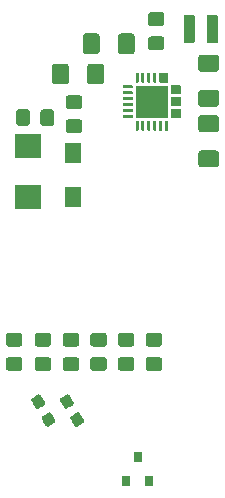
<source format=gbr>
G04 #@! TF.GenerationSoftware,KiCad,Pcbnew,(5.0.2)-1*
G04 #@! TF.CreationDate,2019-03-24T18:15:19+01:00*
G04 #@! TF.ProjectId,DICE-Charging - 2.0,44494345-2d43-4686-9172-67696e67202d,rev?*
G04 #@! TF.SameCoordinates,PX8cfad20PY5dfc8c0*
G04 #@! TF.FileFunction,Paste,Top*
G04 #@! TF.FilePolarity,Positive*
%FSLAX46Y46*%
G04 Gerber Fmt 4.6, Leading zero omitted, Abs format (unit mm)*
G04 Created by KiCad (PCBNEW (5.0.2)-1) date 24/03/2019 18:15:19*
%MOMM*%
%LPD*%
G01*
G04 APERTURE LIST*
%ADD10C,0.100000*%
%ADD11C,0.250000*%
%ADD12C,0.750000*%
%ADD13C,2.700000*%
%ADD14R,2.180000X2.120000*%
%ADD15R,1.400000X1.800000*%
%ADD16C,0.950000*%
%ADD17C,1.425000*%
%ADD18R,0.800000X0.900000*%
%ADD19C,1.150000*%
G04 APERTURE END LIST*
D10*
G04 #@! TO.C,U1*
G36*
X27821901Y54029259D02*
X27826755Y54028539D01*
X27831514Y54027347D01*
X27836134Y54025694D01*
X27840570Y54023596D01*
X27844779Y54021073D01*
X27848720Y54018151D01*
X27852355Y54014855D01*
X27855651Y54011220D01*
X27858573Y54007279D01*
X27861096Y54003070D01*
X27863194Y53998634D01*
X27864847Y53994014D01*
X27866039Y53989255D01*
X27866759Y53984401D01*
X27867000Y53979500D01*
X27867000Y53254500D01*
X27866759Y53249599D01*
X27866039Y53244745D01*
X27864847Y53239986D01*
X27863194Y53235366D01*
X27861096Y53230930D01*
X27858573Y53226721D01*
X27855651Y53222780D01*
X27852355Y53219145D01*
X27848720Y53215849D01*
X27844779Y53212927D01*
X27840570Y53210404D01*
X27836134Y53208306D01*
X27831514Y53206653D01*
X27826755Y53205461D01*
X27821901Y53204741D01*
X27817000Y53204500D01*
X27667000Y53204500D01*
X27662099Y53204741D01*
X27657245Y53205461D01*
X27652486Y53206653D01*
X27647866Y53208306D01*
X27643430Y53210404D01*
X27639221Y53212927D01*
X27635280Y53215849D01*
X27631645Y53219145D01*
X27628349Y53222780D01*
X27625427Y53226721D01*
X27622904Y53230930D01*
X27620806Y53235366D01*
X27619153Y53239986D01*
X27617961Y53244745D01*
X27617241Y53249599D01*
X27617000Y53254500D01*
X27617000Y53979500D01*
X27617241Y53984401D01*
X27617961Y53989255D01*
X27619153Y53994014D01*
X27620806Y53998634D01*
X27622904Y54003070D01*
X27625427Y54007279D01*
X27628349Y54011220D01*
X27631645Y54014855D01*
X27635280Y54018151D01*
X27639221Y54021073D01*
X27643430Y54023596D01*
X27647866Y54025694D01*
X27652486Y54027347D01*
X27657245Y54028539D01*
X27662099Y54029259D01*
X27667000Y54029500D01*
X27817000Y54029500D01*
X27821901Y54029259D01*
X27821901Y54029259D01*
G37*
D11*
X27742000Y53617000D03*
D10*
G36*
X28321901Y54029259D02*
X28326755Y54028539D01*
X28331514Y54027347D01*
X28336134Y54025694D01*
X28340570Y54023596D01*
X28344779Y54021073D01*
X28348720Y54018151D01*
X28352355Y54014855D01*
X28355651Y54011220D01*
X28358573Y54007279D01*
X28361096Y54003070D01*
X28363194Y53998634D01*
X28364847Y53994014D01*
X28366039Y53989255D01*
X28366759Y53984401D01*
X28367000Y53979500D01*
X28367000Y53254500D01*
X28366759Y53249599D01*
X28366039Y53244745D01*
X28364847Y53239986D01*
X28363194Y53235366D01*
X28361096Y53230930D01*
X28358573Y53226721D01*
X28355651Y53222780D01*
X28352355Y53219145D01*
X28348720Y53215849D01*
X28344779Y53212927D01*
X28340570Y53210404D01*
X28336134Y53208306D01*
X28331514Y53206653D01*
X28326755Y53205461D01*
X28321901Y53204741D01*
X28317000Y53204500D01*
X28167000Y53204500D01*
X28162099Y53204741D01*
X28157245Y53205461D01*
X28152486Y53206653D01*
X28147866Y53208306D01*
X28143430Y53210404D01*
X28139221Y53212927D01*
X28135280Y53215849D01*
X28131645Y53219145D01*
X28128349Y53222780D01*
X28125427Y53226721D01*
X28122904Y53230930D01*
X28120806Y53235366D01*
X28119153Y53239986D01*
X28117961Y53244745D01*
X28117241Y53249599D01*
X28117000Y53254500D01*
X28117000Y53979500D01*
X28117241Y53984401D01*
X28117961Y53989255D01*
X28119153Y53994014D01*
X28120806Y53998634D01*
X28122904Y54003070D01*
X28125427Y54007279D01*
X28128349Y54011220D01*
X28131645Y54014855D01*
X28135280Y54018151D01*
X28139221Y54021073D01*
X28143430Y54023596D01*
X28147866Y54025694D01*
X28152486Y54027347D01*
X28157245Y54028539D01*
X28162099Y54029259D01*
X28167000Y54029500D01*
X28317000Y54029500D01*
X28321901Y54029259D01*
X28321901Y54029259D01*
G37*
D11*
X28242000Y53617000D03*
D10*
G36*
X28821901Y54029259D02*
X28826755Y54028539D01*
X28831514Y54027347D01*
X28836134Y54025694D01*
X28840570Y54023596D01*
X28844779Y54021073D01*
X28848720Y54018151D01*
X28852355Y54014855D01*
X28855651Y54011220D01*
X28858573Y54007279D01*
X28861096Y54003070D01*
X28863194Y53998634D01*
X28864847Y53994014D01*
X28866039Y53989255D01*
X28866759Y53984401D01*
X28867000Y53979500D01*
X28867000Y53254500D01*
X28866759Y53249599D01*
X28866039Y53244745D01*
X28864847Y53239986D01*
X28863194Y53235366D01*
X28861096Y53230930D01*
X28858573Y53226721D01*
X28855651Y53222780D01*
X28852355Y53219145D01*
X28848720Y53215849D01*
X28844779Y53212927D01*
X28840570Y53210404D01*
X28836134Y53208306D01*
X28831514Y53206653D01*
X28826755Y53205461D01*
X28821901Y53204741D01*
X28817000Y53204500D01*
X28667000Y53204500D01*
X28662099Y53204741D01*
X28657245Y53205461D01*
X28652486Y53206653D01*
X28647866Y53208306D01*
X28643430Y53210404D01*
X28639221Y53212927D01*
X28635280Y53215849D01*
X28631645Y53219145D01*
X28628349Y53222780D01*
X28625427Y53226721D01*
X28622904Y53230930D01*
X28620806Y53235366D01*
X28619153Y53239986D01*
X28617961Y53244745D01*
X28617241Y53249599D01*
X28617000Y53254500D01*
X28617000Y53979500D01*
X28617241Y53984401D01*
X28617961Y53989255D01*
X28619153Y53994014D01*
X28620806Y53998634D01*
X28622904Y54003070D01*
X28625427Y54007279D01*
X28628349Y54011220D01*
X28631645Y54014855D01*
X28635280Y54018151D01*
X28639221Y54021073D01*
X28643430Y54023596D01*
X28647866Y54025694D01*
X28652486Y54027347D01*
X28657245Y54028539D01*
X28662099Y54029259D01*
X28667000Y54029500D01*
X28817000Y54029500D01*
X28821901Y54029259D01*
X28821901Y54029259D01*
G37*
D11*
X28742000Y53617000D03*
D10*
G36*
X29321901Y54029259D02*
X29326755Y54028539D01*
X29331514Y54027347D01*
X29336134Y54025694D01*
X29340570Y54023596D01*
X29344779Y54021073D01*
X29348720Y54018151D01*
X29352355Y54014855D01*
X29355651Y54011220D01*
X29358573Y54007279D01*
X29361096Y54003070D01*
X29363194Y53998634D01*
X29364847Y53994014D01*
X29366039Y53989255D01*
X29366759Y53984401D01*
X29367000Y53979500D01*
X29367000Y53254500D01*
X29366759Y53249599D01*
X29366039Y53244745D01*
X29364847Y53239986D01*
X29363194Y53235366D01*
X29361096Y53230930D01*
X29358573Y53226721D01*
X29355651Y53222780D01*
X29352355Y53219145D01*
X29348720Y53215849D01*
X29344779Y53212927D01*
X29340570Y53210404D01*
X29336134Y53208306D01*
X29331514Y53206653D01*
X29326755Y53205461D01*
X29321901Y53204741D01*
X29317000Y53204500D01*
X29167000Y53204500D01*
X29162099Y53204741D01*
X29157245Y53205461D01*
X29152486Y53206653D01*
X29147866Y53208306D01*
X29143430Y53210404D01*
X29139221Y53212927D01*
X29135280Y53215849D01*
X29131645Y53219145D01*
X29128349Y53222780D01*
X29125427Y53226721D01*
X29122904Y53230930D01*
X29120806Y53235366D01*
X29119153Y53239986D01*
X29117961Y53244745D01*
X29117241Y53249599D01*
X29117000Y53254500D01*
X29117000Y53979500D01*
X29117241Y53984401D01*
X29117961Y53989255D01*
X29119153Y53994014D01*
X29120806Y53998634D01*
X29122904Y54003070D01*
X29125427Y54007279D01*
X29128349Y54011220D01*
X29131645Y54014855D01*
X29135280Y54018151D01*
X29139221Y54021073D01*
X29143430Y54023596D01*
X29147866Y54025694D01*
X29152486Y54027347D01*
X29157245Y54028539D01*
X29162099Y54029259D01*
X29167000Y54029500D01*
X29317000Y54029500D01*
X29321901Y54029259D01*
X29321901Y54029259D01*
G37*
D11*
X29242000Y53617000D03*
D10*
G36*
X30321675Y54029258D02*
X30326553Y54028534D01*
X30331337Y54027336D01*
X30335980Y54025675D01*
X30340438Y54023567D01*
X30344667Y54021031D01*
X30348628Y54018094D01*
X30352282Y54014782D01*
X30355594Y54011128D01*
X30358531Y54007167D01*
X30361067Y54002938D01*
X30363175Y53998480D01*
X30364836Y53993837D01*
X30366034Y53989053D01*
X30366758Y53984175D01*
X30367000Y53979250D01*
X30367000Y53254750D01*
X30366758Y53249825D01*
X30366034Y53244947D01*
X30364836Y53240163D01*
X30363175Y53235520D01*
X30361067Y53231062D01*
X30358531Y53226833D01*
X30355594Y53222872D01*
X30352282Y53219218D01*
X30348628Y53215906D01*
X30344667Y53212969D01*
X30340438Y53210433D01*
X30335980Y53208325D01*
X30331337Y53206664D01*
X30326553Y53205466D01*
X30321675Y53204742D01*
X30316750Y53204500D01*
X29667250Y53204500D01*
X29662325Y53204742D01*
X29657447Y53205466D01*
X29652663Y53206664D01*
X29648020Y53208325D01*
X29643562Y53210433D01*
X29639333Y53212969D01*
X29635372Y53215906D01*
X29631718Y53219218D01*
X29628406Y53222872D01*
X29625469Y53226833D01*
X29622933Y53231062D01*
X29620825Y53235520D01*
X29619164Y53240163D01*
X29617966Y53244947D01*
X29617242Y53249825D01*
X29617000Y53254750D01*
X29617000Y53979250D01*
X29617242Y53984175D01*
X29617966Y53989053D01*
X29619164Y53993837D01*
X29620825Y53998480D01*
X29622933Y54002938D01*
X29625469Y54007167D01*
X29628406Y54011128D01*
X29631718Y54014782D01*
X29635372Y54018094D01*
X29639333Y54021031D01*
X29643562Y54023567D01*
X29648020Y54025675D01*
X29652663Y54027336D01*
X29657447Y54028534D01*
X29662325Y54029258D01*
X29667250Y54029500D01*
X30316750Y54029500D01*
X30321675Y54029258D01*
X30321675Y54029258D01*
G37*
D12*
X29992000Y53617000D03*
D10*
G36*
X30321675Y54029258D02*
X30326553Y54028534D01*
X30331337Y54027336D01*
X30335980Y54025675D01*
X30340438Y54023567D01*
X30344667Y54021031D01*
X30348628Y54018094D01*
X30352282Y54014782D01*
X30355594Y54011128D01*
X30358531Y54007167D01*
X30361067Y54002938D01*
X30363175Y53998480D01*
X30364836Y53993837D01*
X30366034Y53989053D01*
X30366758Y53984175D01*
X30367000Y53979250D01*
X30367000Y53254750D01*
X30366758Y53249825D01*
X30366034Y53244947D01*
X30364836Y53240163D01*
X30363175Y53235520D01*
X30361067Y53231062D01*
X30358531Y53226833D01*
X30355594Y53222872D01*
X30352282Y53219218D01*
X30348628Y53215906D01*
X30344667Y53212969D01*
X30340438Y53210433D01*
X30335980Y53208325D01*
X30331337Y53206664D01*
X30326553Y53205466D01*
X30321675Y53204742D01*
X30316750Y53204500D01*
X29667250Y53204500D01*
X29662325Y53204742D01*
X29657447Y53205466D01*
X29652663Y53206664D01*
X29648020Y53208325D01*
X29643562Y53210433D01*
X29639333Y53212969D01*
X29635372Y53215906D01*
X29631718Y53219218D01*
X29628406Y53222872D01*
X29625469Y53226833D01*
X29622933Y53231062D01*
X29620825Y53235520D01*
X29619164Y53240163D01*
X29617966Y53244947D01*
X29617242Y53249825D01*
X29617000Y53254750D01*
X29617000Y53979250D01*
X29617242Y53984175D01*
X29617966Y53989053D01*
X29619164Y53993837D01*
X29620825Y53998480D01*
X29622933Y54002938D01*
X29625469Y54007167D01*
X29628406Y54011128D01*
X29631718Y54014782D01*
X29635372Y54018094D01*
X29639333Y54021031D01*
X29643562Y54023567D01*
X29648020Y54025675D01*
X29652663Y54027336D01*
X29657447Y54028534D01*
X29662325Y54029258D01*
X29667250Y54029500D01*
X30316750Y54029500D01*
X30321675Y54029258D01*
X30321675Y54029258D01*
G37*
D12*
X29992000Y53617000D03*
D10*
G36*
X31394175Y52956758D02*
X31399053Y52956034D01*
X31403837Y52954836D01*
X31408480Y52953175D01*
X31412938Y52951067D01*
X31417167Y52948531D01*
X31421128Y52945594D01*
X31424782Y52942282D01*
X31428094Y52938628D01*
X31431031Y52934667D01*
X31433567Y52930438D01*
X31435675Y52925980D01*
X31437336Y52921337D01*
X31438534Y52916553D01*
X31439258Y52911675D01*
X31439500Y52906750D01*
X31439500Y52257250D01*
X31439258Y52252325D01*
X31438534Y52247447D01*
X31437336Y52242663D01*
X31435675Y52238020D01*
X31433567Y52233562D01*
X31431031Y52229333D01*
X31428094Y52225372D01*
X31424782Y52221718D01*
X31421128Y52218406D01*
X31417167Y52215469D01*
X31412938Y52212933D01*
X31408480Y52210825D01*
X31403837Y52209164D01*
X31399053Y52207966D01*
X31394175Y52207242D01*
X31389250Y52207000D01*
X30664750Y52207000D01*
X30659825Y52207242D01*
X30654947Y52207966D01*
X30650163Y52209164D01*
X30645520Y52210825D01*
X30641062Y52212933D01*
X30636833Y52215469D01*
X30632872Y52218406D01*
X30629218Y52221718D01*
X30625906Y52225372D01*
X30622969Y52229333D01*
X30620433Y52233562D01*
X30618325Y52238020D01*
X30616664Y52242663D01*
X30615466Y52247447D01*
X30614742Y52252325D01*
X30614500Y52257250D01*
X30614500Y52906750D01*
X30614742Y52911675D01*
X30615466Y52916553D01*
X30616664Y52921337D01*
X30618325Y52925980D01*
X30620433Y52930438D01*
X30622969Y52934667D01*
X30625906Y52938628D01*
X30629218Y52942282D01*
X30632872Y52945594D01*
X30636833Y52948531D01*
X30641062Y52951067D01*
X30645520Y52953175D01*
X30650163Y52954836D01*
X30654947Y52956034D01*
X30659825Y52956758D01*
X30664750Y52957000D01*
X31389250Y52957000D01*
X31394175Y52956758D01*
X31394175Y52956758D01*
G37*
D12*
X31027000Y52582000D03*
D10*
G36*
X31394175Y52956758D02*
X31399053Y52956034D01*
X31403837Y52954836D01*
X31408480Y52953175D01*
X31412938Y52951067D01*
X31417167Y52948531D01*
X31421128Y52945594D01*
X31424782Y52942282D01*
X31428094Y52938628D01*
X31431031Y52934667D01*
X31433567Y52930438D01*
X31435675Y52925980D01*
X31437336Y52921337D01*
X31438534Y52916553D01*
X31439258Y52911675D01*
X31439500Y52906750D01*
X31439500Y52257250D01*
X31439258Y52252325D01*
X31438534Y52247447D01*
X31437336Y52242663D01*
X31435675Y52238020D01*
X31433567Y52233562D01*
X31431031Y52229333D01*
X31428094Y52225372D01*
X31424782Y52221718D01*
X31421128Y52218406D01*
X31417167Y52215469D01*
X31412938Y52212933D01*
X31408480Y52210825D01*
X31403837Y52209164D01*
X31399053Y52207966D01*
X31394175Y52207242D01*
X31389250Y52207000D01*
X30664750Y52207000D01*
X30659825Y52207242D01*
X30654947Y52207966D01*
X30650163Y52209164D01*
X30645520Y52210825D01*
X30641062Y52212933D01*
X30636833Y52215469D01*
X30632872Y52218406D01*
X30629218Y52221718D01*
X30625906Y52225372D01*
X30622969Y52229333D01*
X30620433Y52233562D01*
X30618325Y52238020D01*
X30616664Y52242663D01*
X30615466Y52247447D01*
X30614742Y52252325D01*
X30614500Y52257250D01*
X30614500Y52906750D01*
X30614742Y52911675D01*
X30615466Y52916553D01*
X30616664Y52921337D01*
X30618325Y52925980D01*
X30620433Y52930438D01*
X30622969Y52934667D01*
X30625906Y52938628D01*
X30629218Y52942282D01*
X30632872Y52945594D01*
X30636833Y52948531D01*
X30641062Y52951067D01*
X30645520Y52953175D01*
X30650163Y52954836D01*
X30654947Y52956034D01*
X30659825Y52956758D01*
X30664750Y52957000D01*
X31389250Y52957000D01*
X31394175Y52956758D01*
X31394175Y52956758D01*
G37*
D12*
X31027000Y52582000D03*
D10*
G36*
X31394175Y51956758D02*
X31399053Y51956034D01*
X31403837Y51954836D01*
X31408480Y51953175D01*
X31412938Y51951067D01*
X31417167Y51948531D01*
X31421128Y51945594D01*
X31424782Y51942282D01*
X31428094Y51938628D01*
X31431031Y51934667D01*
X31433567Y51930438D01*
X31435675Y51925980D01*
X31437336Y51921337D01*
X31438534Y51916553D01*
X31439258Y51911675D01*
X31439500Y51906750D01*
X31439500Y51257250D01*
X31439258Y51252325D01*
X31438534Y51247447D01*
X31437336Y51242663D01*
X31435675Y51238020D01*
X31433567Y51233562D01*
X31431031Y51229333D01*
X31428094Y51225372D01*
X31424782Y51221718D01*
X31421128Y51218406D01*
X31417167Y51215469D01*
X31412938Y51212933D01*
X31408480Y51210825D01*
X31403837Y51209164D01*
X31399053Y51207966D01*
X31394175Y51207242D01*
X31389250Y51207000D01*
X30664750Y51207000D01*
X30659825Y51207242D01*
X30654947Y51207966D01*
X30650163Y51209164D01*
X30645520Y51210825D01*
X30641062Y51212933D01*
X30636833Y51215469D01*
X30632872Y51218406D01*
X30629218Y51221718D01*
X30625906Y51225372D01*
X30622969Y51229333D01*
X30620433Y51233562D01*
X30618325Y51238020D01*
X30616664Y51242663D01*
X30615466Y51247447D01*
X30614742Y51252325D01*
X30614500Y51257250D01*
X30614500Y51906750D01*
X30614742Y51911675D01*
X30615466Y51916553D01*
X30616664Y51921337D01*
X30618325Y51925980D01*
X30620433Y51930438D01*
X30622969Y51934667D01*
X30625906Y51938628D01*
X30629218Y51942282D01*
X30632872Y51945594D01*
X30636833Y51948531D01*
X30641062Y51951067D01*
X30645520Y51953175D01*
X30650163Y51954836D01*
X30654947Y51956034D01*
X30659825Y51956758D01*
X30664750Y51957000D01*
X31389250Y51957000D01*
X31394175Y51956758D01*
X31394175Y51956758D01*
G37*
D12*
X31027000Y51582000D03*
D10*
G36*
X31394175Y51956758D02*
X31399053Y51956034D01*
X31403837Y51954836D01*
X31408480Y51953175D01*
X31412938Y51951067D01*
X31417167Y51948531D01*
X31421128Y51945594D01*
X31424782Y51942282D01*
X31428094Y51938628D01*
X31431031Y51934667D01*
X31433567Y51930438D01*
X31435675Y51925980D01*
X31437336Y51921337D01*
X31438534Y51916553D01*
X31439258Y51911675D01*
X31439500Y51906750D01*
X31439500Y51257250D01*
X31439258Y51252325D01*
X31438534Y51247447D01*
X31437336Y51242663D01*
X31435675Y51238020D01*
X31433567Y51233562D01*
X31431031Y51229333D01*
X31428094Y51225372D01*
X31424782Y51221718D01*
X31421128Y51218406D01*
X31417167Y51215469D01*
X31412938Y51212933D01*
X31408480Y51210825D01*
X31403837Y51209164D01*
X31399053Y51207966D01*
X31394175Y51207242D01*
X31389250Y51207000D01*
X30664750Y51207000D01*
X30659825Y51207242D01*
X30654947Y51207966D01*
X30650163Y51209164D01*
X30645520Y51210825D01*
X30641062Y51212933D01*
X30636833Y51215469D01*
X30632872Y51218406D01*
X30629218Y51221718D01*
X30625906Y51225372D01*
X30622969Y51229333D01*
X30620433Y51233562D01*
X30618325Y51238020D01*
X30616664Y51242663D01*
X30615466Y51247447D01*
X30614742Y51252325D01*
X30614500Y51257250D01*
X30614500Y51906750D01*
X30614742Y51911675D01*
X30615466Y51916553D01*
X30616664Y51921337D01*
X30618325Y51925980D01*
X30620433Y51930438D01*
X30622969Y51934667D01*
X30625906Y51938628D01*
X30629218Y51942282D01*
X30632872Y51945594D01*
X30636833Y51948531D01*
X30641062Y51951067D01*
X30645520Y51953175D01*
X30650163Y51954836D01*
X30654947Y51956034D01*
X30659825Y51956758D01*
X30664750Y51957000D01*
X31389250Y51957000D01*
X31394175Y51956758D01*
X31394175Y51956758D01*
G37*
D12*
X31027000Y51582000D03*
D10*
G36*
X31394175Y50956758D02*
X31399053Y50956034D01*
X31403837Y50954836D01*
X31408480Y50953175D01*
X31412938Y50951067D01*
X31417167Y50948531D01*
X31421128Y50945594D01*
X31424782Y50942282D01*
X31428094Y50938628D01*
X31431031Y50934667D01*
X31433567Y50930438D01*
X31435675Y50925980D01*
X31437336Y50921337D01*
X31438534Y50916553D01*
X31439258Y50911675D01*
X31439500Y50906750D01*
X31439500Y50257250D01*
X31439258Y50252325D01*
X31438534Y50247447D01*
X31437336Y50242663D01*
X31435675Y50238020D01*
X31433567Y50233562D01*
X31431031Y50229333D01*
X31428094Y50225372D01*
X31424782Y50221718D01*
X31421128Y50218406D01*
X31417167Y50215469D01*
X31412938Y50212933D01*
X31408480Y50210825D01*
X31403837Y50209164D01*
X31399053Y50207966D01*
X31394175Y50207242D01*
X31389250Y50207000D01*
X30664750Y50207000D01*
X30659825Y50207242D01*
X30654947Y50207966D01*
X30650163Y50209164D01*
X30645520Y50210825D01*
X30641062Y50212933D01*
X30636833Y50215469D01*
X30632872Y50218406D01*
X30629218Y50221718D01*
X30625906Y50225372D01*
X30622969Y50229333D01*
X30620433Y50233562D01*
X30618325Y50238020D01*
X30616664Y50242663D01*
X30615466Y50247447D01*
X30614742Y50252325D01*
X30614500Y50257250D01*
X30614500Y50906750D01*
X30614742Y50911675D01*
X30615466Y50916553D01*
X30616664Y50921337D01*
X30618325Y50925980D01*
X30620433Y50930438D01*
X30622969Y50934667D01*
X30625906Y50938628D01*
X30629218Y50942282D01*
X30632872Y50945594D01*
X30636833Y50948531D01*
X30641062Y50951067D01*
X30645520Y50953175D01*
X30650163Y50954836D01*
X30654947Y50956034D01*
X30659825Y50956758D01*
X30664750Y50957000D01*
X31389250Y50957000D01*
X31394175Y50956758D01*
X31394175Y50956758D01*
G37*
D12*
X31027000Y50582000D03*
D10*
G36*
X31394175Y50956758D02*
X31399053Y50956034D01*
X31403837Y50954836D01*
X31408480Y50953175D01*
X31412938Y50951067D01*
X31417167Y50948531D01*
X31421128Y50945594D01*
X31424782Y50942282D01*
X31428094Y50938628D01*
X31431031Y50934667D01*
X31433567Y50930438D01*
X31435675Y50925980D01*
X31437336Y50921337D01*
X31438534Y50916553D01*
X31439258Y50911675D01*
X31439500Y50906750D01*
X31439500Y50257250D01*
X31439258Y50252325D01*
X31438534Y50247447D01*
X31437336Y50242663D01*
X31435675Y50238020D01*
X31433567Y50233562D01*
X31431031Y50229333D01*
X31428094Y50225372D01*
X31424782Y50221718D01*
X31421128Y50218406D01*
X31417167Y50215469D01*
X31412938Y50212933D01*
X31408480Y50210825D01*
X31403837Y50209164D01*
X31399053Y50207966D01*
X31394175Y50207242D01*
X31389250Y50207000D01*
X30664750Y50207000D01*
X30659825Y50207242D01*
X30654947Y50207966D01*
X30650163Y50209164D01*
X30645520Y50210825D01*
X30641062Y50212933D01*
X30636833Y50215469D01*
X30632872Y50218406D01*
X30629218Y50221718D01*
X30625906Y50225372D01*
X30622969Y50229333D01*
X30620433Y50233562D01*
X30618325Y50238020D01*
X30616664Y50242663D01*
X30615466Y50247447D01*
X30614742Y50252325D01*
X30614500Y50257250D01*
X30614500Y50906750D01*
X30614742Y50911675D01*
X30615466Y50916553D01*
X30616664Y50921337D01*
X30618325Y50925980D01*
X30620433Y50930438D01*
X30622969Y50934667D01*
X30625906Y50938628D01*
X30629218Y50942282D01*
X30632872Y50945594D01*
X30636833Y50948531D01*
X30641062Y50951067D01*
X30645520Y50953175D01*
X30650163Y50954836D01*
X30654947Y50956034D01*
X30659825Y50956758D01*
X30664750Y50957000D01*
X31389250Y50957000D01*
X31394175Y50956758D01*
X31394175Y50956758D01*
G37*
D12*
X31027000Y50582000D03*
D10*
G36*
X30321901Y49959259D02*
X30326755Y49958539D01*
X30331514Y49957347D01*
X30336134Y49955694D01*
X30340570Y49953596D01*
X30344779Y49951073D01*
X30348720Y49948151D01*
X30352355Y49944855D01*
X30355651Y49941220D01*
X30358573Y49937279D01*
X30361096Y49933070D01*
X30363194Y49928634D01*
X30364847Y49924014D01*
X30366039Y49919255D01*
X30366759Y49914401D01*
X30367000Y49909500D01*
X30367000Y49184500D01*
X30366759Y49179599D01*
X30366039Y49174745D01*
X30364847Y49169986D01*
X30363194Y49165366D01*
X30361096Y49160930D01*
X30358573Y49156721D01*
X30355651Y49152780D01*
X30352355Y49149145D01*
X30348720Y49145849D01*
X30344779Y49142927D01*
X30340570Y49140404D01*
X30336134Y49138306D01*
X30331514Y49136653D01*
X30326755Y49135461D01*
X30321901Y49134741D01*
X30317000Y49134500D01*
X30167000Y49134500D01*
X30162099Y49134741D01*
X30157245Y49135461D01*
X30152486Y49136653D01*
X30147866Y49138306D01*
X30143430Y49140404D01*
X30139221Y49142927D01*
X30135280Y49145849D01*
X30131645Y49149145D01*
X30128349Y49152780D01*
X30125427Y49156721D01*
X30122904Y49160930D01*
X30120806Y49165366D01*
X30119153Y49169986D01*
X30117961Y49174745D01*
X30117241Y49179599D01*
X30117000Y49184500D01*
X30117000Y49909500D01*
X30117241Y49914401D01*
X30117961Y49919255D01*
X30119153Y49924014D01*
X30120806Y49928634D01*
X30122904Y49933070D01*
X30125427Y49937279D01*
X30128349Y49941220D01*
X30131645Y49944855D01*
X30135280Y49948151D01*
X30139221Y49951073D01*
X30143430Y49953596D01*
X30147866Y49955694D01*
X30152486Y49957347D01*
X30157245Y49958539D01*
X30162099Y49959259D01*
X30167000Y49959500D01*
X30317000Y49959500D01*
X30321901Y49959259D01*
X30321901Y49959259D01*
G37*
D11*
X30242000Y49547000D03*
D10*
G36*
X29821901Y49959259D02*
X29826755Y49958539D01*
X29831514Y49957347D01*
X29836134Y49955694D01*
X29840570Y49953596D01*
X29844779Y49951073D01*
X29848720Y49948151D01*
X29852355Y49944855D01*
X29855651Y49941220D01*
X29858573Y49937279D01*
X29861096Y49933070D01*
X29863194Y49928634D01*
X29864847Y49924014D01*
X29866039Y49919255D01*
X29866759Y49914401D01*
X29867000Y49909500D01*
X29867000Y49184500D01*
X29866759Y49179599D01*
X29866039Y49174745D01*
X29864847Y49169986D01*
X29863194Y49165366D01*
X29861096Y49160930D01*
X29858573Y49156721D01*
X29855651Y49152780D01*
X29852355Y49149145D01*
X29848720Y49145849D01*
X29844779Y49142927D01*
X29840570Y49140404D01*
X29836134Y49138306D01*
X29831514Y49136653D01*
X29826755Y49135461D01*
X29821901Y49134741D01*
X29817000Y49134500D01*
X29667000Y49134500D01*
X29662099Y49134741D01*
X29657245Y49135461D01*
X29652486Y49136653D01*
X29647866Y49138306D01*
X29643430Y49140404D01*
X29639221Y49142927D01*
X29635280Y49145849D01*
X29631645Y49149145D01*
X29628349Y49152780D01*
X29625427Y49156721D01*
X29622904Y49160930D01*
X29620806Y49165366D01*
X29619153Y49169986D01*
X29617961Y49174745D01*
X29617241Y49179599D01*
X29617000Y49184500D01*
X29617000Y49909500D01*
X29617241Y49914401D01*
X29617961Y49919255D01*
X29619153Y49924014D01*
X29620806Y49928634D01*
X29622904Y49933070D01*
X29625427Y49937279D01*
X29628349Y49941220D01*
X29631645Y49944855D01*
X29635280Y49948151D01*
X29639221Y49951073D01*
X29643430Y49953596D01*
X29647866Y49955694D01*
X29652486Y49957347D01*
X29657245Y49958539D01*
X29662099Y49959259D01*
X29667000Y49959500D01*
X29817000Y49959500D01*
X29821901Y49959259D01*
X29821901Y49959259D01*
G37*
D11*
X29742000Y49547000D03*
D10*
G36*
X29321901Y49959259D02*
X29326755Y49958539D01*
X29331514Y49957347D01*
X29336134Y49955694D01*
X29340570Y49953596D01*
X29344779Y49951073D01*
X29348720Y49948151D01*
X29352355Y49944855D01*
X29355651Y49941220D01*
X29358573Y49937279D01*
X29361096Y49933070D01*
X29363194Y49928634D01*
X29364847Y49924014D01*
X29366039Y49919255D01*
X29366759Y49914401D01*
X29367000Y49909500D01*
X29367000Y49184500D01*
X29366759Y49179599D01*
X29366039Y49174745D01*
X29364847Y49169986D01*
X29363194Y49165366D01*
X29361096Y49160930D01*
X29358573Y49156721D01*
X29355651Y49152780D01*
X29352355Y49149145D01*
X29348720Y49145849D01*
X29344779Y49142927D01*
X29340570Y49140404D01*
X29336134Y49138306D01*
X29331514Y49136653D01*
X29326755Y49135461D01*
X29321901Y49134741D01*
X29317000Y49134500D01*
X29167000Y49134500D01*
X29162099Y49134741D01*
X29157245Y49135461D01*
X29152486Y49136653D01*
X29147866Y49138306D01*
X29143430Y49140404D01*
X29139221Y49142927D01*
X29135280Y49145849D01*
X29131645Y49149145D01*
X29128349Y49152780D01*
X29125427Y49156721D01*
X29122904Y49160930D01*
X29120806Y49165366D01*
X29119153Y49169986D01*
X29117961Y49174745D01*
X29117241Y49179599D01*
X29117000Y49184500D01*
X29117000Y49909500D01*
X29117241Y49914401D01*
X29117961Y49919255D01*
X29119153Y49924014D01*
X29120806Y49928634D01*
X29122904Y49933070D01*
X29125427Y49937279D01*
X29128349Y49941220D01*
X29131645Y49944855D01*
X29135280Y49948151D01*
X29139221Y49951073D01*
X29143430Y49953596D01*
X29147866Y49955694D01*
X29152486Y49957347D01*
X29157245Y49958539D01*
X29162099Y49959259D01*
X29167000Y49959500D01*
X29317000Y49959500D01*
X29321901Y49959259D01*
X29321901Y49959259D01*
G37*
D11*
X29242000Y49547000D03*
D10*
G36*
X28821901Y49959259D02*
X28826755Y49958539D01*
X28831514Y49957347D01*
X28836134Y49955694D01*
X28840570Y49953596D01*
X28844779Y49951073D01*
X28848720Y49948151D01*
X28852355Y49944855D01*
X28855651Y49941220D01*
X28858573Y49937279D01*
X28861096Y49933070D01*
X28863194Y49928634D01*
X28864847Y49924014D01*
X28866039Y49919255D01*
X28866759Y49914401D01*
X28867000Y49909500D01*
X28867000Y49184500D01*
X28866759Y49179599D01*
X28866039Y49174745D01*
X28864847Y49169986D01*
X28863194Y49165366D01*
X28861096Y49160930D01*
X28858573Y49156721D01*
X28855651Y49152780D01*
X28852355Y49149145D01*
X28848720Y49145849D01*
X28844779Y49142927D01*
X28840570Y49140404D01*
X28836134Y49138306D01*
X28831514Y49136653D01*
X28826755Y49135461D01*
X28821901Y49134741D01*
X28817000Y49134500D01*
X28667000Y49134500D01*
X28662099Y49134741D01*
X28657245Y49135461D01*
X28652486Y49136653D01*
X28647866Y49138306D01*
X28643430Y49140404D01*
X28639221Y49142927D01*
X28635280Y49145849D01*
X28631645Y49149145D01*
X28628349Y49152780D01*
X28625427Y49156721D01*
X28622904Y49160930D01*
X28620806Y49165366D01*
X28619153Y49169986D01*
X28617961Y49174745D01*
X28617241Y49179599D01*
X28617000Y49184500D01*
X28617000Y49909500D01*
X28617241Y49914401D01*
X28617961Y49919255D01*
X28619153Y49924014D01*
X28620806Y49928634D01*
X28622904Y49933070D01*
X28625427Y49937279D01*
X28628349Y49941220D01*
X28631645Y49944855D01*
X28635280Y49948151D01*
X28639221Y49951073D01*
X28643430Y49953596D01*
X28647866Y49955694D01*
X28652486Y49957347D01*
X28657245Y49958539D01*
X28662099Y49959259D01*
X28667000Y49959500D01*
X28817000Y49959500D01*
X28821901Y49959259D01*
X28821901Y49959259D01*
G37*
D11*
X28742000Y49547000D03*
D10*
G36*
X28321901Y49959259D02*
X28326755Y49958539D01*
X28331514Y49957347D01*
X28336134Y49955694D01*
X28340570Y49953596D01*
X28344779Y49951073D01*
X28348720Y49948151D01*
X28352355Y49944855D01*
X28355651Y49941220D01*
X28358573Y49937279D01*
X28361096Y49933070D01*
X28363194Y49928634D01*
X28364847Y49924014D01*
X28366039Y49919255D01*
X28366759Y49914401D01*
X28367000Y49909500D01*
X28367000Y49184500D01*
X28366759Y49179599D01*
X28366039Y49174745D01*
X28364847Y49169986D01*
X28363194Y49165366D01*
X28361096Y49160930D01*
X28358573Y49156721D01*
X28355651Y49152780D01*
X28352355Y49149145D01*
X28348720Y49145849D01*
X28344779Y49142927D01*
X28340570Y49140404D01*
X28336134Y49138306D01*
X28331514Y49136653D01*
X28326755Y49135461D01*
X28321901Y49134741D01*
X28317000Y49134500D01*
X28167000Y49134500D01*
X28162099Y49134741D01*
X28157245Y49135461D01*
X28152486Y49136653D01*
X28147866Y49138306D01*
X28143430Y49140404D01*
X28139221Y49142927D01*
X28135280Y49145849D01*
X28131645Y49149145D01*
X28128349Y49152780D01*
X28125427Y49156721D01*
X28122904Y49160930D01*
X28120806Y49165366D01*
X28119153Y49169986D01*
X28117961Y49174745D01*
X28117241Y49179599D01*
X28117000Y49184500D01*
X28117000Y49909500D01*
X28117241Y49914401D01*
X28117961Y49919255D01*
X28119153Y49924014D01*
X28120806Y49928634D01*
X28122904Y49933070D01*
X28125427Y49937279D01*
X28128349Y49941220D01*
X28131645Y49944855D01*
X28135280Y49948151D01*
X28139221Y49951073D01*
X28143430Y49953596D01*
X28147866Y49955694D01*
X28152486Y49957347D01*
X28157245Y49958539D01*
X28162099Y49959259D01*
X28167000Y49959500D01*
X28317000Y49959500D01*
X28321901Y49959259D01*
X28321901Y49959259D01*
G37*
D11*
X28242000Y49547000D03*
D10*
G36*
X27821901Y49959259D02*
X27826755Y49958539D01*
X27831514Y49957347D01*
X27836134Y49955694D01*
X27840570Y49953596D01*
X27844779Y49951073D01*
X27848720Y49948151D01*
X27852355Y49944855D01*
X27855651Y49941220D01*
X27858573Y49937279D01*
X27861096Y49933070D01*
X27863194Y49928634D01*
X27864847Y49924014D01*
X27866039Y49919255D01*
X27866759Y49914401D01*
X27867000Y49909500D01*
X27867000Y49184500D01*
X27866759Y49179599D01*
X27866039Y49174745D01*
X27864847Y49169986D01*
X27863194Y49165366D01*
X27861096Y49160930D01*
X27858573Y49156721D01*
X27855651Y49152780D01*
X27852355Y49149145D01*
X27848720Y49145849D01*
X27844779Y49142927D01*
X27840570Y49140404D01*
X27836134Y49138306D01*
X27831514Y49136653D01*
X27826755Y49135461D01*
X27821901Y49134741D01*
X27817000Y49134500D01*
X27667000Y49134500D01*
X27662099Y49134741D01*
X27657245Y49135461D01*
X27652486Y49136653D01*
X27647866Y49138306D01*
X27643430Y49140404D01*
X27639221Y49142927D01*
X27635280Y49145849D01*
X27631645Y49149145D01*
X27628349Y49152780D01*
X27625427Y49156721D01*
X27622904Y49160930D01*
X27620806Y49165366D01*
X27619153Y49169986D01*
X27617961Y49174745D01*
X27617241Y49179599D01*
X27617000Y49184500D01*
X27617000Y49909500D01*
X27617241Y49914401D01*
X27617961Y49919255D01*
X27619153Y49924014D01*
X27620806Y49928634D01*
X27622904Y49933070D01*
X27625427Y49937279D01*
X27628349Y49941220D01*
X27631645Y49944855D01*
X27635280Y49948151D01*
X27639221Y49951073D01*
X27643430Y49953596D01*
X27647866Y49955694D01*
X27652486Y49957347D01*
X27657245Y49958539D01*
X27662099Y49959259D01*
X27667000Y49959500D01*
X27817000Y49959500D01*
X27821901Y49959259D01*
X27821901Y49959259D01*
G37*
D11*
X27742000Y49547000D03*
D10*
G36*
X27324401Y50456759D02*
X27329255Y50456039D01*
X27334014Y50454847D01*
X27338634Y50453194D01*
X27343070Y50451096D01*
X27347279Y50448573D01*
X27351220Y50445651D01*
X27354855Y50442355D01*
X27358151Y50438720D01*
X27361073Y50434779D01*
X27363596Y50430570D01*
X27365694Y50426134D01*
X27367347Y50421514D01*
X27368539Y50416755D01*
X27369259Y50411901D01*
X27369500Y50407000D01*
X27369500Y50257000D01*
X27369259Y50252099D01*
X27368539Y50247245D01*
X27367347Y50242486D01*
X27365694Y50237866D01*
X27363596Y50233430D01*
X27361073Y50229221D01*
X27358151Y50225280D01*
X27354855Y50221645D01*
X27351220Y50218349D01*
X27347279Y50215427D01*
X27343070Y50212904D01*
X27338634Y50210806D01*
X27334014Y50209153D01*
X27329255Y50207961D01*
X27324401Y50207241D01*
X27319500Y50207000D01*
X26594500Y50207000D01*
X26589599Y50207241D01*
X26584745Y50207961D01*
X26579986Y50209153D01*
X26575366Y50210806D01*
X26570930Y50212904D01*
X26566721Y50215427D01*
X26562780Y50218349D01*
X26559145Y50221645D01*
X26555849Y50225280D01*
X26552927Y50229221D01*
X26550404Y50233430D01*
X26548306Y50237866D01*
X26546653Y50242486D01*
X26545461Y50247245D01*
X26544741Y50252099D01*
X26544500Y50257000D01*
X26544500Y50407000D01*
X26544741Y50411901D01*
X26545461Y50416755D01*
X26546653Y50421514D01*
X26548306Y50426134D01*
X26550404Y50430570D01*
X26552927Y50434779D01*
X26555849Y50438720D01*
X26559145Y50442355D01*
X26562780Y50445651D01*
X26566721Y50448573D01*
X26570930Y50451096D01*
X26575366Y50453194D01*
X26579986Y50454847D01*
X26584745Y50456039D01*
X26589599Y50456759D01*
X26594500Y50457000D01*
X27319500Y50457000D01*
X27324401Y50456759D01*
X27324401Y50456759D01*
G37*
D11*
X26957000Y50332000D03*
D10*
G36*
X27324401Y50956759D02*
X27329255Y50956039D01*
X27334014Y50954847D01*
X27338634Y50953194D01*
X27343070Y50951096D01*
X27347279Y50948573D01*
X27351220Y50945651D01*
X27354855Y50942355D01*
X27358151Y50938720D01*
X27361073Y50934779D01*
X27363596Y50930570D01*
X27365694Y50926134D01*
X27367347Y50921514D01*
X27368539Y50916755D01*
X27369259Y50911901D01*
X27369500Y50907000D01*
X27369500Y50757000D01*
X27369259Y50752099D01*
X27368539Y50747245D01*
X27367347Y50742486D01*
X27365694Y50737866D01*
X27363596Y50733430D01*
X27361073Y50729221D01*
X27358151Y50725280D01*
X27354855Y50721645D01*
X27351220Y50718349D01*
X27347279Y50715427D01*
X27343070Y50712904D01*
X27338634Y50710806D01*
X27334014Y50709153D01*
X27329255Y50707961D01*
X27324401Y50707241D01*
X27319500Y50707000D01*
X26594500Y50707000D01*
X26589599Y50707241D01*
X26584745Y50707961D01*
X26579986Y50709153D01*
X26575366Y50710806D01*
X26570930Y50712904D01*
X26566721Y50715427D01*
X26562780Y50718349D01*
X26559145Y50721645D01*
X26555849Y50725280D01*
X26552927Y50729221D01*
X26550404Y50733430D01*
X26548306Y50737866D01*
X26546653Y50742486D01*
X26545461Y50747245D01*
X26544741Y50752099D01*
X26544500Y50757000D01*
X26544500Y50907000D01*
X26544741Y50911901D01*
X26545461Y50916755D01*
X26546653Y50921514D01*
X26548306Y50926134D01*
X26550404Y50930570D01*
X26552927Y50934779D01*
X26555849Y50938720D01*
X26559145Y50942355D01*
X26562780Y50945651D01*
X26566721Y50948573D01*
X26570930Y50951096D01*
X26575366Y50953194D01*
X26579986Y50954847D01*
X26584745Y50956039D01*
X26589599Y50956759D01*
X26594500Y50957000D01*
X27319500Y50957000D01*
X27324401Y50956759D01*
X27324401Y50956759D01*
G37*
D11*
X26957000Y50832000D03*
D10*
G36*
X27324401Y51456759D02*
X27329255Y51456039D01*
X27334014Y51454847D01*
X27338634Y51453194D01*
X27343070Y51451096D01*
X27347279Y51448573D01*
X27351220Y51445651D01*
X27354855Y51442355D01*
X27358151Y51438720D01*
X27361073Y51434779D01*
X27363596Y51430570D01*
X27365694Y51426134D01*
X27367347Y51421514D01*
X27368539Y51416755D01*
X27369259Y51411901D01*
X27369500Y51407000D01*
X27369500Y51257000D01*
X27369259Y51252099D01*
X27368539Y51247245D01*
X27367347Y51242486D01*
X27365694Y51237866D01*
X27363596Y51233430D01*
X27361073Y51229221D01*
X27358151Y51225280D01*
X27354855Y51221645D01*
X27351220Y51218349D01*
X27347279Y51215427D01*
X27343070Y51212904D01*
X27338634Y51210806D01*
X27334014Y51209153D01*
X27329255Y51207961D01*
X27324401Y51207241D01*
X27319500Y51207000D01*
X26594500Y51207000D01*
X26589599Y51207241D01*
X26584745Y51207961D01*
X26579986Y51209153D01*
X26575366Y51210806D01*
X26570930Y51212904D01*
X26566721Y51215427D01*
X26562780Y51218349D01*
X26559145Y51221645D01*
X26555849Y51225280D01*
X26552927Y51229221D01*
X26550404Y51233430D01*
X26548306Y51237866D01*
X26546653Y51242486D01*
X26545461Y51247245D01*
X26544741Y51252099D01*
X26544500Y51257000D01*
X26544500Y51407000D01*
X26544741Y51411901D01*
X26545461Y51416755D01*
X26546653Y51421514D01*
X26548306Y51426134D01*
X26550404Y51430570D01*
X26552927Y51434779D01*
X26555849Y51438720D01*
X26559145Y51442355D01*
X26562780Y51445651D01*
X26566721Y51448573D01*
X26570930Y51451096D01*
X26575366Y51453194D01*
X26579986Y51454847D01*
X26584745Y51456039D01*
X26589599Y51456759D01*
X26594500Y51457000D01*
X27319500Y51457000D01*
X27324401Y51456759D01*
X27324401Y51456759D01*
G37*
D11*
X26957000Y51332000D03*
D10*
G36*
X27324401Y51956759D02*
X27329255Y51956039D01*
X27334014Y51954847D01*
X27338634Y51953194D01*
X27343070Y51951096D01*
X27347279Y51948573D01*
X27351220Y51945651D01*
X27354855Y51942355D01*
X27358151Y51938720D01*
X27361073Y51934779D01*
X27363596Y51930570D01*
X27365694Y51926134D01*
X27367347Y51921514D01*
X27368539Y51916755D01*
X27369259Y51911901D01*
X27369500Y51907000D01*
X27369500Y51757000D01*
X27369259Y51752099D01*
X27368539Y51747245D01*
X27367347Y51742486D01*
X27365694Y51737866D01*
X27363596Y51733430D01*
X27361073Y51729221D01*
X27358151Y51725280D01*
X27354855Y51721645D01*
X27351220Y51718349D01*
X27347279Y51715427D01*
X27343070Y51712904D01*
X27338634Y51710806D01*
X27334014Y51709153D01*
X27329255Y51707961D01*
X27324401Y51707241D01*
X27319500Y51707000D01*
X26594500Y51707000D01*
X26589599Y51707241D01*
X26584745Y51707961D01*
X26579986Y51709153D01*
X26575366Y51710806D01*
X26570930Y51712904D01*
X26566721Y51715427D01*
X26562780Y51718349D01*
X26559145Y51721645D01*
X26555849Y51725280D01*
X26552927Y51729221D01*
X26550404Y51733430D01*
X26548306Y51737866D01*
X26546653Y51742486D01*
X26545461Y51747245D01*
X26544741Y51752099D01*
X26544500Y51757000D01*
X26544500Y51907000D01*
X26544741Y51911901D01*
X26545461Y51916755D01*
X26546653Y51921514D01*
X26548306Y51926134D01*
X26550404Y51930570D01*
X26552927Y51934779D01*
X26555849Y51938720D01*
X26559145Y51942355D01*
X26562780Y51945651D01*
X26566721Y51948573D01*
X26570930Y51951096D01*
X26575366Y51953194D01*
X26579986Y51954847D01*
X26584745Y51956039D01*
X26589599Y51956759D01*
X26594500Y51957000D01*
X27319500Y51957000D01*
X27324401Y51956759D01*
X27324401Y51956759D01*
G37*
D11*
X26957000Y51832000D03*
D10*
G36*
X27324401Y52456759D02*
X27329255Y52456039D01*
X27334014Y52454847D01*
X27338634Y52453194D01*
X27343070Y52451096D01*
X27347279Y52448573D01*
X27351220Y52445651D01*
X27354855Y52442355D01*
X27358151Y52438720D01*
X27361073Y52434779D01*
X27363596Y52430570D01*
X27365694Y52426134D01*
X27367347Y52421514D01*
X27368539Y52416755D01*
X27369259Y52411901D01*
X27369500Y52407000D01*
X27369500Y52257000D01*
X27369259Y52252099D01*
X27368539Y52247245D01*
X27367347Y52242486D01*
X27365694Y52237866D01*
X27363596Y52233430D01*
X27361073Y52229221D01*
X27358151Y52225280D01*
X27354855Y52221645D01*
X27351220Y52218349D01*
X27347279Y52215427D01*
X27343070Y52212904D01*
X27338634Y52210806D01*
X27334014Y52209153D01*
X27329255Y52207961D01*
X27324401Y52207241D01*
X27319500Y52207000D01*
X26594500Y52207000D01*
X26589599Y52207241D01*
X26584745Y52207961D01*
X26579986Y52209153D01*
X26575366Y52210806D01*
X26570930Y52212904D01*
X26566721Y52215427D01*
X26562780Y52218349D01*
X26559145Y52221645D01*
X26555849Y52225280D01*
X26552927Y52229221D01*
X26550404Y52233430D01*
X26548306Y52237866D01*
X26546653Y52242486D01*
X26545461Y52247245D01*
X26544741Y52252099D01*
X26544500Y52257000D01*
X26544500Y52407000D01*
X26544741Y52411901D01*
X26545461Y52416755D01*
X26546653Y52421514D01*
X26548306Y52426134D01*
X26550404Y52430570D01*
X26552927Y52434779D01*
X26555849Y52438720D01*
X26559145Y52442355D01*
X26562780Y52445651D01*
X26566721Y52448573D01*
X26570930Y52451096D01*
X26575366Y52453194D01*
X26579986Y52454847D01*
X26584745Y52456039D01*
X26589599Y52456759D01*
X26594500Y52457000D01*
X27319500Y52457000D01*
X27324401Y52456759D01*
X27324401Y52456759D01*
G37*
D11*
X26957000Y52332000D03*
D10*
G36*
X27324401Y52956759D02*
X27329255Y52956039D01*
X27334014Y52954847D01*
X27338634Y52953194D01*
X27343070Y52951096D01*
X27347279Y52948573D01*
X27351220Y52945651D01*
X27354855Y52942355D01*
X27358151Y52938720D01*
X27361073Y52934779D01*
X27363596Y52930570D01*
X27365694Y52926134D01*
X27367347Y52921514D01*
X27368539Y52916755D01*
X27369259Y52911901D01*
X27369500Y52907000D01*
X27369500Y52757000D01*
X27369259Y52752099D01*
X27368539Y52747245D01*
X27367347Y52742486D01*
X27365694Y52737866D01*
X27363596Y52733430D01*
X27361073Y52729221D01*
X27358151Y52725280D01*
X27354855Y52721645D01*
X27351220Y52718349D01*
X27347279Y52715427D01*
X27343070Y52712904D01*
X27338634Y52710806D01*
X27334014Y52709153D01*
X27329255Y52707961D01*
X27324401Y52707241D01*
X27319500Y52707000D01*
X26594500Y52707000D01*
X26589599Y52707241D01*
X26584745Y52707961D01*
X26579986Y52709153D01*
X26575366Y52710806D01*
X26570930Y52712904D01*
X26566721Y52715427D01*
X26562780Y52718349D01*
X26559145Y52721645D01*
X26555849Y52725280D01*
X26552927Y52729221D01*
X26550404Y52733430D01*
X26548306Y52737866D01*
X26546653Y52742486D01*
X26545461Y52747245D01*
X26544741Y52752099D01*
X26544500Y52757000D01*
X26544500Y52907000D01*
X26544741Y52911901D01*
X26545461Y52916755D01*
X26546653Y52921514D01*
X26548306Y52926134D01*
X26550404Y52930570D01*
X26552927Y52934779D01*
X26555849Y52938720D01*
X26559145Y52942355D01*
X26562780Y52945651D01*
X26566721Y52948573D01*
X26570930Y52951096D01*
X26575366Y52953194D01*
X26579986Y52954847D01*
X26584745Y52956039D01*
X26589599Y52956759D01*
X26594500Y52957000D01*
X27319500Y52957000D01*
X27324401Y52956759D01*
X27324401Y52956759D01*
G37*
D11*
X26957000Y52832000D03*
D10*
G36*
X30298165Y52931766D02*
X30302882Y52931066D01*
X30307509Y52929907D01*
X30311999Y52928301D01*
X30316310Y52926261D01*
X30320401Y52923810D01*
X30324232Y52920969D01*
X30327766Y52917766D01*
X30330969Y52914232D01*
X30333810Y52910401D01*
X30336261Y52906310D01*
X30338301Y52901999D01*
X30339907Y52897509D01*
X30341066Y52892882D01*
X30341766Y52888165D01*
X30342000Y52883401D01*
X30342000Y50280599D01*
X30341766Y50275835D01*
X30341066Y50271118D01*
X30339907Y50266491D01*
X30338301Y50262001D01*
X30336261Y50257690D01*
X30333810Y50253599D01*
X30330969Y50249768D01*
X30327766Y50246234D01*
X30324232Y50243031D01*
X30320401Y50240190D01*
X30316310Y50237739D01*
X30311999Y50235699D01*
X30307509Y50234093D01*
X30302882Y50232934D01*
X30298165Y50232234D01*
X30293401Y50232000D01*
X27690599Y50232000D01*
X27685835Y50232234D01*
X27681118Y50232934D01*
X27676491Y50234093D01*
X27672001Y50235699D01*
X27667690Y50237739D01*
X27663599Y50240190D01*
X27659768Y50243031D01*
X27656234Y50246234D01*
X27653031Y50249768D01*
X27650190Y50253599D01*
X27647739Y50257690D01*
X27645699Y50262001D01*
X27644093Y50266491D01*
X27642934Y50271118D01*
X27642234Y50275835D01*
X27642000Y50280599D01*
X27642000Y52883401D01*
X27642234Y52888165D01*
X27642934Y52892882D01*
X27644093Y52897509D01*
X27645699Y52901999D01*
X27647739Y52906310D01*
X27650190Y52910401D01*
X27653031Y52914232D01*
X27656234Y52917766D01*
X27659768Y52920969D01*
X27663599Y52923810D01*
X27667690Y52926261D01*
X27672001Y52928301D01*
X27676491Y52929907D01*
X27681118Y52931066D01*
X27685835Y52931766D01*
X27690599Y52932000D01*
X30293401Y52932000D01*
X30298165Y52931766D01*
X30298165Y52931766D01*
G37*
D13*
X28992000Y51582000D03*
G04 #@! TD*
D14*
G04 #@! TO.C,D4*
X18482000Y47831500D03*
X18482000Y43552500D03*
G04 #@! TD*
D15*
G04 #@! TO.C,D1*
X22302000Y43552000D03*
X22302000Y47252000D03*
G04 #@! TD*
D10*
G04 #@! TO.C,L1*
G36*
X34432045Y58931199D02*
X34448184Y58928806D01*
X34464010Y58924841D01*
X34479371Y58919345D01*
X34494120Y58912369D01*
X34508114Y58903982D01*
X34521218Y58894263D01*
X34533307Y58883307D01*
X34544263Y58871218D01*
X34553982Y58858114D01*
X34562369Y58844120D01*
X34569345Y58829371D01*
X34574841Y58814010D01*
X34578806Y58798184D01*
X34581199Y58782045D01*
X34582000Y58765750D01*
X34582000Y56698250D01*
X34581199Y56681955D01*
X34578806Y56665816D01*
X34574841Y56649990D01*
X34569345Y56634629D01*
X34562369Y56619880D01*
X34553982Y56605886D01*
X34544263Y56592782D01*
X34533307Y56580693D01*
X34521218Y56569737D01*
X34508114Y56560018D01*
X34494120Y56551631D01*
X34479371Y56544655D01*
X34464010Y56539159D01*
X34448184Y56535194D01*
X34432045Y56532801D01*
X34415750Y56532000D01*
X33798250Y56532000D01*
X33781955Y56532801D01*
X33765816Y56535194D01*
X33749990Y56539159D01*
X33734629Y56544655D01*
X33719880Y56551631D01*
X33705886Y56560018D01*
X33692782Y56569737D01*
X33680693Y56580693D01*
X33669737Y56592782D01*
X33660018Y56605886D01*
X33651631Y56619880D01*
X33644655Y56634629D01*
X33639159Y56649990D01*
X33635194Y56665816D01*
X33632801Y56681955D01*
X33632000Y56698250D01*
X33632000Y58765750D01*
X33632801Y58782045D01*
X33635194Y58798184D01*
X33639159Y58814010D01*
X33644655Y58829371D01*
X33651631Y58844120D01*
X33660018Y58858114D01*
X33669737Y58871218D01*
X33680693Y58883307D01*
X33692782Y58894263D01*
X33705886Y58903982D01*
X33719880Y58912369D01*
X33734629Y58919345D01*
X33749990Y58924841D01*
X33765816Y58928806D01*
X33781955Y58931199D01*
X33798250Y58932000D01*
X34415750Y58932000D01*
X34432045Y58931199D01*
X34432045Y58931199D01*
G37*
D16*
X34107000Y57732000D03*
D10*
G36*
X32482045Y58931199D02*
X32498184Y58928806D01*
X32514010Y58924841D01*
X32529371Y58919345D01*
X32544120Y58912369D01*
X32558114Y58903982D01*
X32571218Y58894263D01*
X32583307Y58883307D01*
X32594263Y58871218D01*
X32603982Y58858114D01*
X32612369Y58844120D01*
X32619345Y58829371D01*
X32624841Y58814010D01*
X32628806Y58798184D01*
X32631199Y58782045D01*
X32632000Y58765750D01*
X32632000Y56698250D01*
X32631199Y56681955D01*
X32628806Y56665816D01*
X32624841Y56649990D01*
X32619345Y56634629D01*
X32612369Y56619880D01*
X32603982Y56605886D01*
X32594263Y56592782D01*
X32583307Y56580693D01*
X32571218Y56569737D01*
X32558114Y56560018D01*
X32544120Y56551631D01*
X32529371Y56544655D01*
X32514010Y56539159D01*
X32498184Y56535194D01*
X32482045Y56532801D01*
X32465750Y56532000D01*
X31848250Y56532000D01*
X31831955Y56532801D01*
X31815816Y56535194D01*
X31799990Y56539159D01*
X31784629Y56544655D01*
X31769880Y56551631D01*
X31755886Y56560018D01*
X31742782Y56569737D01*
X31730693Y56580693D01*
X31719737Y56592782D01*
X31710018Y56605886D01*
X31701631Y56619880D01*
X31694655Y56634629D01*
X31689159Y56649990D01*
X31685194Y56665816D01*
X31682801Y56681955D01*
X31682000Y56698250D01*
X31682000Y58765750D01*
X31682801Y58782045D01*
X31685194Y58798184D01*
X31689159Y58814010D01*
X31694655Y58829371D01*
X31701631Y58844120D01*
X31710018Y58858114D01*
X31719737Y58871218D01*
X31730693Y58883307D01*
X31742782Y58894263D01*
X31755886Y58903982D01*
X31769880Y58912369D01*
X31784629Y58919345D01*
X31799990Y58924841D01*
X31815816Y58928806D01*
X31831955Y58931199D01*
X31848250Y58932000D01*
X32465750Y58932000D01*
X32482045Y58931199D01*
X32482045Y58931199D01*
G37*
D16*
X32157000Y57732000D03*
G04 #@! TD*
D10*
G04 #@! TO.C,D2*
G36*
X20316964Y25276451D02*
X20340119Y25273788D01*
X20362901Y25268867D01*
X20385090Y25261738D01*
X20406475Y25252467D01*
X20426847Y25241146D01*
X20446012Y25227881D01*
X20463784Y25212803D01*
X20479993Y25196055D01*
X20494482Y25177798D01*
X20507112Y25158210D01*
X20794612Y24660246D01*
X20805261Y24639514D01*
X20813827Y24617838D01*
X20820227Y24595427D01*
X20824399Y24572496D01*
X20826304Y24549267D01*
X20825923Y24525963D01*
X20823259Y24502808D01*
X20818338Y24480027D01*
X20811209Y24457837D01*
X20801938Y24436453D01*
X20790617Y24416080D01*
X20777352Y24396915D01*
X20762274Y24379143D01*
X20745526Y24362934D01*
X20727270Y24348445D01*
X20707681Y24335815D01*
X20296319Y24098315D01*
X20275587Y24087666D01*
X20253911Y24079100D01*
X20231500Y24072700D01*
X20208569Y24068528D01*
X20185340Y24066623D01*
X20162036Y24067005D01*
X20138881Y24069668D01*
X20116099Y24074589D01*
X20093910Y24081718D01*
X20072525Y24090989D01*
X20052153Y24102310D01*
X20032988Y24115575D01*
X20015216Y24130653D01*
X19999007Y24147401D01*
X19984518Y24165658D01*
X19971888Y24185246D01*
X19684388Y24683210D01*
X19673739Y24703942D01*
X19665173Y24725618D01*
X19658773Y24748029D01*
X19654601Y24770960D01*
X19652696Y24794189D01*
X19653077Y24817493D01*
X19655741Y24840648D01*
X19660662Y24863429D01*
X19667791Y24885619D01*
X19677062Y24907003D01*
X19688383Y24927376D01*
X19701648Y24946541D01*
X19716726Y24964313D01*
X19733474Y24980522D01*
X19751730Y24995011D01*
X19771319Y25007641D01*
X20182681Y25245141D01*
X20203413Y25255790D01*
X20225089Y25264356D01*
X20247500Y25270756D01*
X20270431Y25274928D01*
X20293660Y25276833D01*
X20316964Y25276451D01*
X20316964Y25276451D01*
G37*
D16*
X20239500Y24671728D03*
D10*
G36*
X19441964Y26791995D02*
X19465119Y26789332D01*
X19487901Y26784411D01*
X19510090Y26777282D01*
X19531475Y26768011D01*
X19551847Y26756690D01*
X19571012Y26743425D01*
X19588784Y26728347D01*
X19604993Y26711599D01*
X19619482Y26693342D01*
X19632112Y26673754D01*
X19919612Y26175790D01*
X19930261Y26155058D01*
X19938827Y26133382D01*
X19945227Y26110971D01*
X19949399Y26088040D01*
X19951304Y26064811D01*
X19950923Y26041507D01*
X19948259Y26018352D01*
X19943338Y25995571D01*
X19936209Y25973381D01*
X19926938Y25951997D01*
X19915617Y25931624D01*
X19902352Y25912459D01*
X19887274Y25894687D01*
X19870526Y25878478D01*
X19852270Y25863989D01*
X19832681Y25851359D01*
X19421319Y25613859D01*
X19400587Y25603210D01*
X19378911Y25594644D01*
X19356500Y25588244D01*
X19333569Y25584072D01*
X19310340Y25582167D01*
X19287036Y25582549D01*
X19263881Y25585212D01*
X19241099Y25590133D01*
X19218910Y25597262D01*
X19197525Y25606533D01*
X19177153Y25617854D01*
X19157988Y25631119D01*
X19140216Y25646197D01*
X19124007Y25662945D01*
X19109518Y25681202D01*
X19096888Y25700790D01*
X18809388Y26198754D01*
X18798739Y26219486D01*
X18790173Y26241162D01*
X18783773Y26263573D01*
X18779601Y26286504D01*
X18777696Y26309733D01*
X18778077Y26333037D01*
X18780741Y26356192D01*
X18785662Y26378973D01*
X18792791Y26401163D01*
X18802062Y26422547D01*
X18813383Y26442920D01*
X18826648Y26462085D01*
X18841726Y26479857D01*
X18858474Y26496066D01*
X18876730Y26510555D01*
X18896319Y26523185D01*
X19307681Y26760685D01*
X19328413Y26771334D01*
X19350089Y26779900D01*
X19372500Y26786300D01*
X19395431Y26790472D01*
X19418660Y26792377D01*
X19441964Y26791995D01*
X19441964Y26791995D01*
G37*
D16*
X19364500Y26187272D03*
G04 #@! TD*
D10*
G04 #@! TO.C,D3*
G36*
X22743964Y25276451D02*
X22767119Y25273788D01*
X22789901Y25268867D01*
X22812090Y25261738D01*
X22833475Y25252467D01*
X22853847Y25241146D01*
X22873012Y25227881D01*
X22890784Y25212803D01*
X22906993Y25196055D01*
X22921482Y25177798D01*
X22934112Y25158210D01*
X23221612Y24660246D01*
X23232261Y24639514D01*
X23240827Y24617838D01*
X23247227Y24595427D01*
X23251399Y24572496D01*
X23253304Y24549267D01*
X23252923Y24525963D01*
X23250259Y24502808D01*
X23245338Y24480027D01*
X23238209Y24457837D01*
X23228938Y24436453D01*
X23217617Y24416080D01*
X23204352Y24396915D01*
X23189274Y24379143D01*
X23172526Y24362934D01*
X23154270Y24348445D01*
X23134681Y24335815D01*
X22723319Y24098315D01*
X22702587Y24087666D01*
X22680911Y24079100D01*
X22658500Y24072700D01*
X22635569Y24068528D01*
X22612340Y24066623D01*
X22589036Y24067005D01*
X22565881Y24069668D01*
X22543099Y24074589D01*
X22520910Y24081718D01*
X22499525Y24090989D01*
X22479153Y24102310D01*
X22459988Y24115575D01*
X22442216Y24130653D01*
X22426007Y24147401D01*
X22411518Y24165658D01*
X22398888Y24185246D01*
X22111388Y24683210D01*
X22100739Y24703942D01*
X22092173Y24725618D01*
X22085773Y24748029D01*
X22081601Y24770960D01*
X22079696Y24794189D01*
X22080077Y24817493D01*
X22082741Y24840648D01*
X22087662Y24863429D01*
X22094791Y24885619D01*
X22104062Y24907003D01*
X22115383Y24927376D01*
X22128648Y24946541D01*
X22143726Y24964313D01*
X22160474Y24980522D01*
X22178730Y24995011D01*
X22198319Y25007641D01*
X22609681Y25245141D01*
X22630413Y25255790D01*
X22652089Y25264356D01*
X22674500Y25270756D01*
X22697431Y25274928D01*
X22720660Y25276833D01*
X22743964Y25276451D01*
X22743964Y25276451D01*
G37*
D16*
X22666500Y24671728D03*
D10*
G36*
X21868964Y26791995D02*
X21892119Y26789332D01*
X21914901Y26784411D01*
X21937090Y26777282D01*
X21958475Y26768011D01*
X21978847Y26756690D01*
X21998012Y26743425D01*
X22015784Y26728347D01*
X22031993Y26711599D01*
X22046482Y26693342D01*
X22059112Y26673754D01*
X22346612Y26175790D01*
X22357261Y26155058D01*
X22365827Y26133382D01*
X22372227Y26110971D01*
X22376399Y26088040D01*
X22378304Y26064811D01*
X22377923Y26041507D01*
X22375259Y26018352D01*
X22370338Y25995571D01*
X22363209Y25973381D01*
X22353938Y25951997D01*
X22342617Y25931624D01*
X22329352Y25912459D01*
X22314274Y25894687D01*
X22297526Y25878478D01*
X22279270Y25863989D01*
X22259681Y25851359D01*
X21848319Y25613859D01*
X21827587Y25603210D01*
X21805911Y25594644D01*
X21783500Y25588244D01*
X21760569Y25584072D01*
X21737340Y25582167D01*
X21714036Y25582549D01*
X21690881Y25585212D01*
X21668099Y25590133D01*
X21645910Y25597262D01*
X21624525Y25606533D01*
X21604153Y25617854D01*
X21584988Y25631119D01*
X21567216Y25646197D01*
X21551007Y25662945D01*
X21536518Y25681202D01*
X21523888Y25700790D01*
X21236388Y26198754D01*
X21225739Y26219486D01*
X21217173Y26241162D01*
X21210773Y26263573D01*
X21206601Y26286504D01*
X21204696Y26309733D01*
X21205077Y26333037D01*
X21207741Y26356192D01*
X21212662Y26378973D01*
X21219791Y26401163D01*
X21229062Y26422547D01*
X21240383Y26442920D01*
X21253648Y26462085D01*
X21268726Y26479857D01*
X21285474Y26496066D01*
X21303730Y26510555D01*
X21323319Y26523185D01*
X21734681Y26760685D01*
X21755413Y26771334D01*
X21777089Y26779900D01*
X21799500Y26786300D01*
X21822431Y26790472D01*
X21845660Y26792377D01*
X21868964Y26791995D01*
X21868964Y26791995D01*
G37*
D16*
X21791500Y26187272D03*
G04 #@! TD*
D10*
G04 #@! TO.C,C5*
G36*
X21741504Y54785796D02*
X21765773Y54782196D01*
X21789571Y54776235D01*
X21812671Y54767970D01*
X21834849Y54757480D01*
X21855893Y54744867D01*
X21875598Y54730253D01*
X21893777Y54713777D01*
X21910253Y54695598D01*
X21924867Y54675893D01*
X21937480Y54654849D01*
X21947970Y54632671D01*
X21956235Y54609571D01*
X21962196Y54585773D01*
X21965796Y54561504D01*
X21967000Y54537000D01*
X21967000Y53287000D01*
X21965796Y53262496D01*
X21962196Y53238227D01*
X21956235Y53214429D01*
X21947970Y53191329D01*
X21937480Y53169151D01*
X21924867Y53148107D01*
X21910253Y53128402D01*
X21893777Y53110223D01*
X21875598Y53093747D01*
X21855893Y53079133D01*
X21834849Y53066520D01*
X21812671Y53056030D01*
X21789571Y53047765D01*
X21765773Y53041804D01*
X21741504Y53038204D01*
X21717000Y53037000D01*
X20792000Y53037000D01*
X20767496Y53038204D01*
X20743227Y53041804D01*
X20719429Y53047765D01*
X20696329Y53056030D01*
X20674151Y53066520D01*
X20653107Y53079133D01*
X20633402Y53093747D01*
X20615223Y53110223D01*
X20598747Y53128402D01*
X20584133Y53148107D01*
X20571520Y53169151D01*
X20561030Y53191329D01*
X20552765Y53214429D01*
X20546804Y53238227D01*
X20543204Y53262496D01*
X20542000Y53287000D01*
X20542000Y54537000D01*
X20543204Y54561504D01*
X20546804Y54585773D01*
X20552765Y54609571D01*
X20561030Y54632671D01*
X20571520Y54654849D01*
X20584133Y54675893D01*
X20598747Y54695598D01*
X20615223Y54713777D01*
X20633402Y54730253D01*
X20653107Y54744867D01*
X20674151Y54757480D01*
X20696329Y54767970D01*
X20719429Y54776235D01*
X20743227Y54782196D01*
X20767496Y54785796D01*
X20792000Y54787000D01*
X21717000Y54787000D01*
X21741504Y54785796D01*
X21741504Y54785796D01*
G37*
D17*
X21254500Y53912000D03*
D10*
G36*
X24716504Y54785796D02*
X24740773Y54782196D01*
X24764571Y54776235D01*
X24787671Y54767970D01*
X24809849Y54757480D01*
X24830893Y54744867D01*
X24850598Y54730253D01*
X24868777Y54713777D01*
X24885253Y54695598D01*
X24899867Y54675893D01*
X24912480Y54654849D01*
X24922970Y54632671D01*
X24931235Y54609571D01*
X24937196Y54585773D01*
X24940796Y54561504D01*
X24942000Y54537000D01*
X24942000Y53287000D01*
X24940796Y53262496D01*
X24937196Y53238227D01*
X24931235Y53214429D01*
X24922970Y53191329D01*
X24912480Y53169151D01*
X24899867Y53148107D01*
X24885253Y53128402D01*
X24868777Y53110223D01*
X24850598Y53093747D01*
X24830893Y53079133D01*
X24809849Y53066520D01*
X24787671Y53056030D01*
X24764571Y53047765D01*
X24740773Y53041804D01*
X24716504Y53038204D01*
X24692000Y53037000D01*
X23767000Y53037000D01*
X23742496Y53038204D01*
X23718227Y53041804D01*
X23694429Y53047765D01*
X23671329Y53056030D01*
X23649151Y53066520D01*
X23628107Y53079133D01*
X23608402Y53093747D01*
X23590223Y53110223D01*
X23573747Y53128402D01*
X23559133Y53148107D01*
X23546520Y53169151D01*
X23536030Y53191329D01*
X23527765Y53214429D01*
X23521804Y53238227D01*
X23518204Y53262496D01*
X23517000Y53287000D01*
X23517000Y54537000D01*
X23518204Y54561504D01*
X23521804Y54585773D01*
X23527765Y54609571D01*
X23536030Y54632671D01*
X23546520Y54654849D01*
X23559133Y54675893D01*
X23573747Y54695598D01*
X23590223Y54713777D01*
X23608402Y54730253D01*
X23628107Y54744867D01*
X23649151Y54757480D01*
X23671329Y54767970D01*
X23694429Y54776235D01*
X23718227Y54782196D01*
X23742496Y54785796D01*
X23767000Y54787000D01*
X24692000Y54787000D01*
X24716504Y54785796D01*
X24716504Y54785796D01*
G37*
D17*
X24229500Y53912000D03*
G04 #@! TD*
D10*
G04 #@! TO.C,C2*
G36*
X34451504Y47448296D02*
X34475773Y47444696D01*
X34499571Y47438735D01*
X34522671Y47430470D01*
X34544849Y47419980D01*
X34565893Y47407367D01*
X34585598Y47392753D01*
X34603777Y47376277D01*
X34620253Y47358098D01*
X34634867Y47338393D01*
X34647480Y47317349D01*
X34657970Y47295171D01*
X34666235Y47272071D01*
X34672196Y47248273D01*
X34675796Y47224004D01*
X34677000Y47199500D01*
X34677000Y46274500D01*
X34675796Y46249996D01*
X34672196Y46225727D01*
X34666235Y46201929D01*
X34657970Y46178829D01*
X34647480Y46156651D01*
X34634867Y46135607D01*
X34620253Y46115902D01*
X34603777Y46097723D01*
X34585598Y46081247D01*
X34565893Y46066633D01*
X34544849Y46054020D01*
X34522671Y46043530D01*
X34499571Y46035265D01*
X34475773Y46029304D01*
X34451504Y46025704D01*
X34427000Y46024500D01*
X33177000Y46024500D01*
X33152496Y46025704D01*
X33128227Y46029304D01*
X33104429Y46035265D01*
X33081329Y46043530D01*
X33059151Y46054020D01*
X33038107Y46066633D01*
X33018402Y46081247D01*
X33000223Y46097723D01*
X32983747Y46115902D01*
X32969133Y46135607D01*
X32956520Y46156651D01*
X32946030Y46178829D01*
X32937765Y46201929D01*
X32931804Y46225727D01*
X32928204Y46249996D01*
X32927000Y46274500D01*
X32927000Y47199500D01*
X32928204Y47224004D01*
X32931804Y47248273D01*
X32937765Y47272071D01*
X32946030Y47295171D01*
X32956520Y47317349D01*
X32969133Y47338393D01*
X32983747Y47358098D01*
X33000223Y47376277D01*
X33018402Y47392753D01*
X33038107Y47407367D01*
X33059151Y47419980D01*
X33081329Y47430470D01*
X33104429Y47438735D01*
X33128227Y47444696D01*
X33152496Y47448296D01*
X33177000Y47449500D01*
X34427000Y47449500D01*
X34451504Y47448296D01*
X34451504Y47448296D01*
G37*
D17*
X33802000Y46737000D03*
D10*
G36*
X34451504Y50423296D02*
X34475773Y50419696D01*
X34499571Y50413735D01*
X34522671Y50405470D01*
X34544849Y50394980D01*
X34565893Y50382367D01*
X34585598Y50367753D01*
X34603777Y50351277D01*
X34620253Y50333098D01*
X34634867Y50313393D01*
X34647480Y50292349D01*
X34657970Y50270171D01*
X34666235Y50247071D01*
X34672196Y50223273D01*
X34675796Y50199004D01*
X34677000Y50174500D01*
X34677000Y49249500D01*
X34675796Y49224996D01*
X34672196Y49200727D01*
X34666235Y49176929D01*
X34657970Y49153829D01*
X34647480Y49131651D01*
X34634867Y49110607D01*
X34620253Y49090902D01*
X34603777Y49072723D01*
X34585598Y49056247D01*
X34565893Y49041633D01*
X34544849Y49029020D01*
X34522671Y49018530D01*
X34499571Y49010265D01*
X34475773Y49004304D01*
X34451504Y49000704D01*
X34427000Y48999500D01*
X33177000Y48999500D01*
X33152496Y49000704D01*
X33128227Y49004304D01*
X33104429Y49010265D01*
X33081329Y49018530D01*
X33059151Y49029020D01*
X33038107Y49041633D01*
X33018402Y49056247D01*
X33000223Y49072723D01*
X32983747Y49090902D01*
X32969133Y49110607D01*
X32956520Y49131651D01*
X32946030Y49153829D01*
X32937765Y49176929D01*
X32931804Y49200727D01*
X32928204Y49224996D01*
X32927000Y49249500D01*
X32927000Y50174500D01*
X32928204Y50199004D01*
X32931804Y50223273D01*
X32937765Y50247071D01*
X32946030Y50270171D01*
X32956520Y50292349D01*
X32969133Y50313393D01*
X32983747Y50333098D01*
X33000223Y50351277D01*
X33018402Y50367753D01*
X33038107Y50382367D01*
X33059151Y50394980D01*
X33081329Y50405470D01*
X33104429Y50413735D01*
X33128227Y50419696D01*
X33152496Y50423296D01*
X33177000Y50424500D01*
X34427000Y50424500D01*
X34451504Y50423296D01*
X34451504Y50423296D01*
G37*
D17*
X33802000Y49712000D03*
G04 #@! TD*
D10*
G04 #@! TO.C,C1*
G36*
X34451504Y55550796D02*
X34475773Y55547196D01*
X34499571Y55541235D01*
X34522671Y55532970D01*
X34544849Y55522480D01*
X34565893Y55509867D01*
X34585598Y55495253D01*
X34603777Y55478777D01*
X34620253Y55460598D01*
X34634867Y55440893D01*
X34647480Y55419849D01*
X34657970Y55397671D01*
X34666235Y55374571D01*
X34672196Y55350773D01*
X34675796Y55326504D01*
X34677000Y55302000D01*
X34677000Y54377000D01*
X34675796Y54352496D01*
X34672196Y54328227D01*
X34666235Y54304429D01*
X34657970Y54281329D01*
X34647480Y54259151D01*
X34634867Y54238107D01*
X34620253Y54218402D01*
X34603777Y54200223D01*
X34585598Y54183747D01*
X34565893Y54169133D01*
X34544849Y54156520D01*
X34522671Y54146030D01*
X34499571Y54137765D01*
X34475773Y54131804D01*
X34451504Y54128204D01*
X34427000Y54127000D01*
X33177000Y54127000D01*
X33152496Y54128204D01*
X33128227Y54131804D01*
X33104429Y54137765D01*
X33081329Y54146030D01*
X33059151Y54156520D01*
X33038107Y54169133D01*
X33018402Y54183747D01*
X33000223Y54200223D01*
X32983747Y54218402D01*
X32969133Y54238107D01*
X32956520Y54259151D01*
X32946030Y54281329D01*
X32937765Y54304429D01*
X32931804Y54328227D01*
X32928204Y54352496D01*
X32927000Y54377000D01*
X32927000Y55302000D01*
X32928204Y55326504D01*
X32931804Y55350773D01*
X32937765Y55374571D01*
X32946030Y55397671D01*
X32956520Y55419849D01*
X32969133Y55440893D01*
X32983747Y55460598D01*
X33000223Y55478777D01*
X33018402Y55495253D01*
X33038107Y55509867D01*
X33059151Y55522480D01*
X33081329Y55532970D01*
X33104429Y55541235D01*
X33128227Y55547196D01*
X33152496Y55550796D01*
X33177000Y55552000D01*
X34427000Y55552000D01*
X34451504Y55550796D01*
X34451504Y55550796D01*
G37*
D17*
X33802000Y54839500D03*
D10*
G36*
X34451504Y52575796D02*
X34475773Y52572196D01*
X34499571Y52566235D01*
X34522671Y52557970D01*
X34544849Y52547480D01*
X34565893Y52534867D01*
X34585598Y52520253D01*
X34603777Y52503777D01*
X34620253Y52485598D01*
X34634867Y52465893D01*
X34647480Y52444849D01*
X34657970Y52422671D01*
X34666235Y52399571D01*
X34672196Y52375773D01*
X34675796Y52351504D01*
X34677000Y52327000D01*
X34677000Y51402000D01*
X34675796Y51377496D01*
X34672196Y51353227D01*
X34666235Y51329429D01*
X34657970Y51306329D01*
X34647480Y51284151D01*
X34634867Y51263107D01*
X34620253Y51243402D01*
X34603777Y51225223D01*
X34585598Y51208747D01*
X34565893Y51194133D01*
X34544849Y51181520D01*
X34522671Y51171030D01*
X34499571Y51162765D01*
X34475773Y51156804D01*
X34451504Y51153204D01*
X34427000Y51152000D01*
X33177000Y51152000D01*
X33152496Y51153204D01*
X33128227Y51156804D01*
X33104429Y51162765D01*
X33081329Y51171030D01*
X33059151Y51181520D01*
X33038107Y51194133D01*
X33018402Y51208747D01*
X33000223Y51225223D01*
X32983747Y51243402D01*
X32969133Y51263107D01*
X32956520Y51284151D01*
X32946030Y51306329D01*
X32937765Y51329429D01*
X32931804Y51353227D01*
X32928204Y51377496D01*
X32927000Y51402000D01*
X32927000Y52327000D01*
X32928204Y52351504D01*
X32931804Y52375773D01*
X32937765Y52399571D01*
X32946030Y52422671D01*
X32956520Y52444849D01*
X32969133Y52465893D01*
X32983747Y52485598D01*
X33000223Y52503777D01*
X33018402Y52520253D01*
X33038107Y52534867D01*
X33059151Y52547480D01*
X33081329Y52557970D01*
X33104429Y52566235D01*
X33128227Y52572196D01*
X33152496Y52575796D01*
X33177000Y52577000D01*
X34427000Y52577000D01*
X34451504Y52575796D01*
X34451504Y52575796D01*
G37*
D17*
X33802000Y51864500D03*
G04 #@! TD*
D18*
G04 #@! TO.C,Q1*
X27782000Y21482000D03*
X28732000Y19482000D03*
X26832000Y19482000D03*
G04 #@! TD*
D10*
G04 #@! TO.C,R7*
G36*
X20486505Y50930796D02*
X20510773Y50927196D01*
X20534572Y50921235D01*
X20557671Y50912970D01*
X20579850Y50902480D01*
X20600893Y50889868D01*
X20620599Y50875253D01*
X20638777Y50858777D01*
X20655253Y50840599D01*
X20669868Y50820893D01*
X20682480Y50799850D01*
X20692970Y50777671D01*
X20701235Y50754572D01*
X20707196Y50730773D01*
X20710796Y50706505D01*
X20712000Y50682001D01*
X20712000Y49781999D01*
X20710796Y49757495D01*
X20707196Y49733227D01*
X20701235Y49709428D01*
X20692970Y49686329D01*
X20682480Y49664150D01*
X20669868Y49643107D01*
X20655253Y49623401D01*
X20638777Y49605223D01*
X20620599Y49588747D01*
X20600893Y49574132D01*
X20579850Y49561520D01*
X20557671Y49551030D01*
X20534572Y49542765D01*
X20510773Y49536804D01*
X20486505Y49533204D01*
X20462001Y49532000D01*
X19811999Y49532000D01*
X19787495Y49533204D01*
X19763227Y49536804D01*
X19739428Y49542765D01*
X19716329Y49551030D01*
X19694150Y49561520D01*
X19673107Y49574132D01*
X19653401Y49588747D01*
X19635223Y49605223D01*
X19618747Y49623401D01*
X19604132Y49643107D01*
X19591520Y49664150D01*
X19581030Y49686329D01*
X19572765Y49709428D01*
X19566804Y49733227D01*
X19563204Y49757495D01*
X19562000Y49781999D01*
X19562000Y50682001D01*
X19563204Y50706505D01*
X19566804Y50730773D01*
X19572765Y50754572D01*
X19581030Y50777671D01*
X19591520Y50799850D01*
X19604132Y50820893D01*
X19618747Y50840599D01*
X19635223Y50858777D01*
X19653401Y50875253D01*
X19673107Y50889868D01*
X19694150Y50902480D01*
X19716329Y50912970D01*
X19739428Y50921235D01*
X19763227Y50927196D01*
X19787495Y50930796D01*
X19811999Y50932000D01*
X20462001Y50932000D01*
X20486505Y50930796D01*
X20486505Y50930796D01*
G37*
D19*
X20137000Y50232000D03*
D10*
G36*
X18436505Y50930796D02*
X18460773Y50927196D01*
X18484572Y50921235D01*
X18507671Y50912970D01*
X18529850Y50902480D01*
X18550893Y50889868D01*
X18570599Y50875253D01*
X18588777Y50858777D01*
X18605253Y50840599D01*
X18619868Y50820893D01*
X18632480Y50799850D01*
X18642970Y50777671D01*
X18651235Y50754572D01*
X18657196Y50730773D01*
X18660796Y50706505D01*
X18662000Y50682001D01*
X18662000Y49781999D01*
X18660796Y49757495D01*
X18657196Y49733227D01*
X18651235Y49709428D01*
X18642970Y49686329D01*
X18632480Y49664150D01*
X18619868Y49643107D01*
X18605253Y49623401D01*
X18588777Y49605223D01*
X18570599Y49588747D01*
X18550893Y49574132D01*
X18529850Y49561520D01*
X18507671Y49551030D01*
X18484572Y49542765D01*
X18460773Y49536804D01*
X18436505Y49533204D01*
X18412001Y49532000D01*
X17761999Y49532000D01*
X17737495Y49533204D01*
X17713227Y49536804D01*
X17689428Y49542765D01*
X17666329Y49551030D01*
X17644150Y49561520D01*
X17623107Y49574132D01*
X17603401Y49588747D01*
X17585223Y49605223D01*
X17568747Y49623401D01*
X17554132Y49643107D01*
X17541520Y49664150D01*
X17531030Y49686329D01*
X17522765Y49709428D01*
X17516804Y49733227D01*
X17513204Y49757495D01*
X17512000Y49781999D01*
X17512000Y50682001D01*
X17513204Y50706505D01*
X17516804Y50730773D01*
X17522765Y50754572D01*
X17531030Y50777671D01*
X17541520Y50799850D01*
X17554132Y50820893D01*
X17568747Y50840599D01*
X17585223Y50858777D01*
X17603401Y50875253D01*
X17623107Y50889868D01*
X17644150Y50902480D01*
X17666329Y50912970D01*
X17689428Y50921235D01*
X17713227Y50927196D01*
X17737495Y50930796D01*
X17761999Y50932000D01*
X18412001Y50932000D01*
X18436505Y50930796D01*
X18436505Y50930796D01*
G37*
D19*
X18087000Y50232000D03*
G04 #@! TD*
D10*
G04 #@! TO.C,R6*
G36*
X20243505Y32000796D02*
X20267773Y31997196D01*
X20291572Y31991235D01*
X20314671Y31982970D01*
X20336850Y31972480D01*
X20357893Y31959868D01*
X20377599Y31945253D01*
X20395777Y31928777D01*
X20412253Y31910599D01*
X20426868Y31890893D01*
X20439480Y31869850D01*
X20449970Y31847671D01*
X20458235Y31824572D01*
X20464196Y31800773D01*
X20467796Y31776505D01*
X20469000Y31752001D01*
X20469000Y31101999D01*
X20467796Y31077495D01*
X20464196Y31053227D01*
X20458235Y31029428D01*
X20449970Y31006329D01*
X20439480Y30984150D01*
X20426868Y30963107D01*
X20412253Y30943401D01*
X20395777Y30925223D01*
X20377599Y30908747D01*
X20357893Y30894132D01*
X20336850Y30881520D01*
X20314671Y30871030D01*
X20291572Y30862765D01*
X20267773Y30856804D01*
X20243505Y30853204D01*
X20219001Y30852000D01*
X19318999Y30852000D01*
X19294495Y30853204D01*
X19270227Y30856804D01*
X19246428Y30862765D01*
X19223329Y30871030D01*
X19201150Y30881520D01*
X19180107Y30894132D01*
X19160401Y30908747D01*
X19142223Y30925223D01*
X19125747Y30943401D01*
X19111132Y30963107D01*
X19098520Y30984150D01*
X19088030Y31006329D01*
X19079765Y31029428D01*
X19073804Y31053227D01*
X19070204Y31077495D01*
X19069000Y31101999D01*
X19069000Y31752001D01*
X19070204Y31776505D01*
X19073804Y31800773D01*
X19079765Y31824572D01*
X19088030Y31847671D01*
X19098520Y31869850D01*
X19111132Y31890893D01*
X19125747Y31910599D01*
X19142223Y31928777D01*
X19160401Y31945253D01*
X19180107Y31959868D01*
X19201150Y31972480D01*
X19223329Y31982970D01*
X19246428Y31991235D01*
X19270227Y31997196D01*
X19294495Y32000796D01*
X19318999Y32002000D01*
X20219001Y32002000D01*
X20243505Y32000796D01*
X20243505Y32000796D01*
G37*
D19*
X19769000Y31427000D03*
D10*
G36*
X20243505Y29950796D02*
X20267773Y29947196D01*
X20291572Y29941235D01*
X20314671Y29932970D01*
X20336850Y29922480D01*
X20357893Y29909868D01*
X20377599Y29895253D01*
X20395777Y29878777D01*
X20412253Y29860599D01*
X20426868Y29840893D01*
X20439480Y29819850D01*
X20449970Y29797671D01*
X20458235Y29774572D01*
X20464196Y29750773D01*
X20467796Y29726505D01*
X20469000Y29702001D01*
X20469000Y29051999D01*
X20467796Y29027495D01*
X20464196Y29003227D01*
X20458235Y28979428D01*
X20449970Y28956329D01*
X20439480Y28934150D01*
X20426868Y28913107D01*
X20412253Y28893401D01*
X20395777Y28875223D01*
X20377599Y28858747D01*
X20357893Y28844132D01*
X20336850Y28831520D01*
X20314671Y28821030D01*
X20291572Y28812765D01*
X20267773Y28806804D01*
X20243505Y28803204D01*
X20219001Y28802000D01*
X19318999Y28802000D01*
X19294495Y28803204D01*
X19270227Y28806804D01*
X19246428Y28812765D01*
X19223329Y28821030D01*
X19201150Y28831520D01*
X19180107Y28844132D01*
X19160401Y28858747D01*
X19142223Y28875223D01*
X19125747Y28893401D01*
X19111132Y28913107D01*
X19098520Y28934150D01*
X19088030Y28956329D01*
X19079765Y28979428D01*
X19073804Y29003227D01*
X19070204Y29027495D01*
X19069000Y29051999D01*
X19069000Y29702001D01*
X19070204Y29726505D01*
X19073804Y29750773D01*
X19079765Y29774572D01*
X19088030Y29797671D01*
X19098520Y29819850D01*
X19111132Y29840893D01*
X19125747Y29860599D01*
X19142223Y29878777D01*
X19160401Y29895253D01*
X19180107Y29909868D01*
X19201150Y29922480D01*
X19223329Y29932970D01*
X19246428Y29941235D01*
X19270227Y29947196D01*
X19294495Y29950796D01*
X19318999Y29952000D01*
X20219001Y29952000D01*
X20243505Y29950796D01*
X20243505Y29950796D01*
G37*
D19*
X19769000Y29377000D03*
G04 #@! TD*
D10*
G04 #@! TO.C,R5*
G36*
X17816505Y32000796D02*
X17840773Y31997196D01*
X17864572Y31991235D01*
X17887671Y31982970D01*
X17909850Y31972480D01*
X17930893Y31959868D01*
X17950599Y31945253D01*
X17968777Y31928777D01*
X17985253Y31910599D01*
X17999868Y31890893D01*
X18012480Y31869850D01*
X18022970Y31847671D01*
X18031235Y31824572D01*
X18037196Y31800773D01*
X18040796Y31776505D01*
X18042000Y31752001D01*
X18042000Y31101999D01*
X18040796Y31077495D01*
X18037196Y31053227D01*
X18031235Y31029428D01*
X18022970Y31006329D01*
X18012480Y30984150D01*
X17999868Y30963107D01*
X17985253Y30943401D01*
X17968777Y30925223D01*
X17950599Y30908747D01*
X17930893Y30894132D01*
X17909850Y30881520D01*
X17887671Y30871030D01*
X17864572Y30862765D01*
X17840773Y30856804D01*
X17816505Y30853204D01*
X17792001Y30852000D01*
X16891999Y30852000D01*
X16867495Y30853204D01*
X16843227Y30856804D01*
X16819428Y30862765D01*
X16796329Y30871030D01*
X16774150Y30881520D01*
X16753107Y30894132D01*
X16733401Y30908747D01*
X16715223Y30925223D01*
X16698747Y30943401D01*
X16684132Y30963107D01*
X16671520Y30984150D01*
X16661030Y31006329D01*
X16652765Y31029428D01*
X16646804Y31053227D01*
X16643204Y31077495D01*
X16642000Y31101999D01*
X16642000Y31752001D01*
X16643204Y31776505D01*
X16646804Y31800773D01*
X16652765Y31824572D01*
X16661030Y31847671D01*
X16671520Y31869850D01*
X16684132Y31890893D01*
X16698747Y31910599D01*
X16715223Y31928777D01*
X16733401Y31945253D01*
X16753107Y31959868D01*
X16774150Y31972480D01*
X16796329Y31982970D01*
X16819428Y31991235D01*
X16843227Y31997196D01*
X16867495Y32000796D01*
X16891999Y32002000D01*
X17792001Y32002000D01*
X17816505Y32000796D01*
X17816505Y32000796D01*
G37*
D19*
X17342000Y31427000D03*
D10*
G36*
X17816505Y29950796D02*
X17840773Y29947196D01*
X17864572Y29941235D01*
X17887671Y29932970D01*
X17909850Y29922480D01*
X17930893Y29909868D01*
X17950599Y29895253D01*
X17968777Y29878777D01*
X17985253Y29860599D01*
X17999868Y29840893D01*
X18012480Y29819850D01*
X18022970Y29797671D01*
X18031235Y29774572D01*
X18037196Y29750773D01*
X18040796Y29726505D01*
X18042000Y29702001D01*
X18042000Y29051999D01*
X18040796Y29027495D01*
X18037196Y29003227D01*
X18031235Y28979428D01*
X18022970Y28956329D01*
X18012480Y28934150D01*
X17999868Y28913107D01*
X17985253Y28893401D01*
X17968777Y28875223D01*
X17950599Y28858747D01*
X17930893Y28844132D01*
X17909850Y28831520D01*
X17887671Y28821030D01*
X17864572Y28812765D01*
X17840773Y28806804D01*
X17816505Y28803204D01*
X17792001Y28802000D01*
X16891999Y28802000D01*
X16867495Y28803204D01*
X16843227Y28806804D01*
X16819428Y28812765D01*
X16796329Y28821030D01*
X16774150Y28831520D01*
X16753107Y28844132D01*
X16733401Y28858747D01*
X16715223Y28875223D01*
X16698747Y28893401D01*
X16684132Y28913107D01*
X16671520Y28934150D01*
X16661030Y28956329D01*
X16652765Y28979428D01*
X16646804Y29003227D01*
X16643204Y29027495D01*
X16642000Y29051999D01*
X16642000Y29702001D01*
X16643204Y29726505D01*
X16646804Y29750773D01*
X16652765Y29774572D01*
X16661030Y29797671D01*
X16671520Y29819850D01*
X16684132Y29840893D01*
X16698747Y29860599D01*
X16715223Y29878777D01*
X16733401Y29895253D01*
X16753107Y29909868D01*
X16774150Y29922480D01*
X16796329Y29932970D01*
X16819428Y29941235D01*
X16843227Y29947196D01*
X16867495Y29950796D01*
X16891999Y29952000D01*
X17792001Y29952000D01*
X17816505Y29950796D01*
X17816505Y29950796D01*
G37*
D19*
X17342000Y29377000D03*
G04 #@! TD*
D10*
G04 #@! TO.C,R4*
G36*
X24962505Y29950796D02*
X24986773Y29947196D01*
X25010572Y29941235D01*
X25033671Y29932970D01*
X25055850Y29922480D01*
X25076893Y29909868D01*
X25096599Y29895253D01*
X25114777Y29878777D01*
X25131253Y29860599D01*
X25145868Y29840893D01*
X25158480Y29819850D01*
X25168970Y29797671D01*
X25177235Y29774572D01*
X25183196Y29750773D01*
X25186796Y29726505D01*
X25188000Y29702001D01*
X25188000Y29051999D01*
X25186796Y29027495D01*
X25183196Y29003227D01*
X25177235Y28979428D01*
X25168970Y28956329D01*
X25158480Y28934150D01*
X25145868Y28913107D01*
X25131253Y28893401D01*
X25114777Y28875223D01*
X25096599Y28858747D01*
X25076893Y28844132D01*
X25055850Y28831520D01*
X25033671Y28821030D01*
X25010572Y28812765D01*
X24986773Y28806804D01*
X24962505Y28803204D01*
X24938001Y28802000D01*
X24037999Y28802000D01*
X24013495Y28803204D01*
X23989227Y28806804D01*
X23965428Y28812765D01*
X23942329Y28821030D01*
X23920150Y28831520D01*
X23899107Y28844132D01*
X23879401Y28858747D01*
X23861223Y28875223D01*
X23844747Y28893401D01*
X23830132Y28913107D01*
X23817520Y28934150D01*
X23807030Y28956329D01*
X23798765Y28979428D01*
X23792804Y29003227D01*
X23789204Y29027495D01*
X23788000Y29051999D01*
X23788000Y29702001D01*
X23789204Y29726505D01*
X23792804Y29750773D01*
X23798765Y29774572D01*
X23807030Y29797671D01*
X23817520Y29819850D01*
X23830132Y29840893D01*
X23844747Y29860599D01*
X23861223Y29878777D01*
X23879401Y29895253D01*
X23899107Y29909868D01*
X23920150Y29922480D01*
X23942329Y29932970D01*
X23965428Y29941235D01*
X23989227Y29947196D01*
X24013495Y29950796D01*
X24037999Y29952000D01*
X24938001Y29952000D01*
X24962505Y29950796D01*
X24962505Y29950796D01*
G37*
D19*
X24488000Y29377000D03*
D10*
G36*
X24962505Y32000796D02*
X24986773Y31997196D01*
X25010572Y31991235D01*
X25033671Y31982970D01*
X25055850Y31972480D01*
X25076893Y31959868D01*
X25096599Y31945253D01*
X25114777Y31928777D01*
X25131253Y31910599D01*
X25145868Y31890893D01*
X25158480Y31869850D01*
X25168970Y31847671D01*
X25177235Y31824572D01*
X25183196Y31800773D01*
X25186796Y31776505D01*
X25188000Y31752001D01*
X25188000Y31101999D01*
X25186796Y31077495D01*
X25183196Y31053227D01*
X25177235Y31029428D01*
X25168970Y31006329D01*
X25158480Y30984150D01*
X25145868Y30963107D01*
X25131253Y30943401D01*
X25114777Y30925223D01*
X25096599Y30908747D01*
X25076893Y30894132D01*
X25055850Y30881520D01*
X25033671Y30871030D01*
X25010572Y30862765D01*
X24986773Y30856804D01*
X24962505Y30853204D01*
X24938001Y30852000D01*
X24037999Y30852000D01*
X24013495Y30853204D01*
X23989227Y30856804D01*
X23965428Y30862765D01*
X23942329Y30871030D01*
X23920150Y30881520D01*
X23899107Y30894132D01*
X23879401Y30908747D01*
X23861223Y30925223D01*
X23844747Y30943401D01*
X23830132Y30963107D01*
X23817520Y30984150D01*
X23807030Y31006329D01*
X23798765Y31029428D01*
X23792804Y31053227D01*
X23789204Y31077495D01*
X23788000Y31101999D01*
X23788000Y31752001D01*
X23789204Y31776505D01*
X23792804Y31800773D01*
X23798765Y31824572D01*
X23807030Y31847671D01*
X23817520Y31869850D01*
X23830132Y31890893D01*
X23844747Y31910599D01*
X23861223Y31928777D01*
X23879401Y31945253D01*
X23899107Y31959868D01*
X23920150Y31972480D01*
X23942329Y31982970D01*
X23965428Y31991235D01*
X23989227Y31997196D01*
X24013495Y32000796D01*
X24037999Y32002000D01*
X24938001Y32002000D01*
X24962505Y32000796D01*
X24962505Y32000796D01*
G37*
D19*
X24488000Y31427000D03*
G04 #@! TD*
D10*
G04 #@! TO.C,R3*
G36*
X22625505Y29950796D02*
X22649773Y29947196D01*
X22673572Y29941235D01*
X22696671Y29932970D01*
X22718850Y29922480D01*
X22739893Y29909868D01*
X22759599Y29895253D01*
X22777777Y29878777D01*
X22794253Y29860599D01*
X22808868Y29840893D01*
X22821480Y29819850D01*
X22831970Y29797671D01*
X22840235Y29774572D01*
X22846196Y29750773D01*
X22849796Y29726505D01*
X22851000Y29702001D01*
X22851000Y29051999D01*
X22849796Y29027495D01*
X22846196Y29003227D01*
X22840235Y28979428D01*
X22831970Y28956329D01*
X22821480Y28934150D01*
X22808868Y28913107D01*
X22794253Y28893401D01*
X22777777Y28875223D01*
X22759599Y28858747D01*
X22739893Y28844132D01*
X22718850Y28831520D01*
X22696671Y28821030D01*
X22673572Y28812765D01*
X22649773Y28806804D01*
X22625505Y28803204D01*
X22601001Y28802000D01*
X21700999Y28802000D01*
X21676495Y28803204D01*
X21652227Y28806804D01*
X21628428Y28812765D01*
X21605329Y28821030D01*
X21583150Y28831520D01*
X21562107Y28844132D01*
X21542401Y28858747D01*
X21524223Y28875223D01*
X21507747Y28893401D01*
X21493132Y28913107D01*
X21480520Y28934150D01*
X21470030Y28956329D01*
X21461765Y28979428D01*
X21455804Y29003227D01*
X21452204Y29027495D01*
X21451000Y29051999D01*
X21451000Y29702001D01*
X21452204Y29726505D01*
X21455804Y29750773D01*
X21461765Y29774572D01*
X21470030Y29797671D01*
X21480520Y29819850D01*
X21493132Y29840893D01*
X21507747Y29860599D01*
X21524223Y29878777D01*
X21542401Y29895253D01*
X21562107Y29909868D01*
X21583150Y29922480D01*
X21605329Y29932970D01*
X21628428Y29941235D01*
X21652227Y29947196D01*
X21676495Y29950796D01*
X21700999Y29952000D01*
X22601001Y29952000D01*
X22625505Y29950796D01*
X22625505Y29950796D01*
G37*
D19*
X22151000Y29377000D03*
D10*
G36*
X22625505Y32000796D02*
X22649773Y31997196D01*
X22673572Y31991235D01*
X22696671Y31982970D01*
X22718850Y31972480D01*
X22739893Y31959868D01*
X22759599Y31945253D01*
X22777777Y31928777D01*
X22794253Y31910599D01*
X22808868Y31890893D01*
X22821480Y31869850D01*
X22831970Y31847671D01*
X22840235Y31824572D01*
X22846196Y31800773D01*
X22849796Y31776505D01*
X22851000Y31752001D01*
X22851000Y31101999D01*
X22849796Y31077495D01*
X22846196Y31053227D01*
X22840235Y31029428D01*
X22831970Y31006329D01*
X22821480Y30984150D01*
X22808868Y30963107D01*
X22794253Y30943401D01*
X22777777Y30925223D01*
X22759599Y30908747D01*
X22739893Y30894132D01*
X22718850Y30881520D01*
X22696671Y30871030D01*
X22673572Y30862765D01*
X22649773Y30856804D01*
X22625505Y30853204D01*
X22601001Y30852000D01*
X21700999Y30852000D01*
X21676495Y30853204D01*
X21652227Y30856804D01*
X21628428Y30862765D01*
X21605329Y30871030D01*
X21583150Y30881520D01*
X21562107Y30894132D01*
X21542401Y30908747D01*
X21524223Y30925223D01*
X21507747Y30943401D01*
X21493132Y30963107D01*
X21480520Y30984150D01*
X21470030Y31006329D01*
X21461765Y31029428D01*
X21455804Y31053227D01*
X21452204Y31077495D01*
X21451000Y31101999D01*
X21451000Y31752001D01*
X21452204Y31776505D01*
X21455804Y31800773D01*
X21461765Y31824572D01*
X21470030Y31847671D01*
X21480520Y31869850D01*
X21493132Y31890893D01*
X21507747Y31910599D01*
X21524223Y31928777D01*
X21542401Y31945253D01*
X21562107Y31959868D01*
X21583150Y31972480D01*
X21605329Y31982970D01*
X21628428Y31991235D01*
X21652227Y31997196D01*
X21676495Y32000796D01*
X21700999Y32002000D01*
X22601001Y32002000D01*
X22625505Y32000796D01*
X22625505Y32000796D01*
G37*
D19*
X22151000Y31427000D03*
G04 #@! TD*
D10*
G04 #@! TO.C,R2*
G36*
X27299505Y29950796D02*
X27323773Y29947196D01*
X27347572Y29941235D01*
X27370671Y29932970D01*
X27392850Y29922480D01*
X27413893Y29909868D01*
X27433599Y29895253D01*
X27451777Y29878777D01*
X27468253Y29860599D01*
X27482868Y29840893D01*
X27495480Y29819850D01*
X27505970Y29797671D01*
X27514235Y29774572D01*
X27520196Y29750773D01*
X27523796Y29726505D01*
X27525000Y29702001D01*
X27525000Y29051999D01*
X27523796Y29027495D01*
X27520196Y29003227D01*
X27514235Y28979428D01*
X27505970Y28956329D01*
X27495480Y28934150D01*
X27482868Y28913107D01*
X27468253Y28893401D01*
X27451777Y28875223D01*
X27433599Y28858747D01*
X27413893Y28844132D01*
X27392850Y28831520D01*
X27370671Y28821030D01*
X27347572Y28812765D01*
X27323773Y28806804D01*
X27299505Y28803204D01*
X27275001Y28802000D01*
X26374999Y28802000D01*
X26350495Y28803204D01*
X26326227Y28806804D01*
X26302428Y28812765D01*
X26279329Y28821030D01*
X26257150Y28831520D01*
X26236107Y28844132D01*
X26216401Y28858747D01*
X26198223Y28875223D01*
X26181747Y28893401D01*
X26167132Y28913107D01*
X26154520Y28934150D01*
X26144030Y28956329D01*
X26135765Y28979428D01*
X26129804Y29003227D01*
X26126204Y29027495D01*
X26125000Y29051999D01*
X26125000Y29702001D01*
X26126204Y29726505D01*
X26129804Y29750773D01*
X26135765Y29774572D01*
X26144030Y29797671D01*
X26154520Y29819850D01*
X26167132Y29840893D01*
X26181747Y29860599D01*
X26198223Y29878777D01*
X26216401Y29895253D01*
X26236107Y29909868D01*
X26257150Y29922480D01*
X26279329Y29932970D01*
X26302428Y29941235D01*
X26326227Y29947196D01*
X26350495Y29950796D01*
X26374999Y29952000D01*
X27275001Y29952000D01*
X27299505Y29950796D01*
X27299505Y29950796D01*
G37*
D19*
X26825000Y29377000D03*
D10*
G36*
X27299505Y32000796D02*
X27323773Y31997196D01*
X27347572Y31991235D01*
X27370671Y31982970D01*
X27392850Y31972480D01*
X27413893Y31959868D01*
X27433599Y31945253D01*
X27451777Y31928777D01*
X27468253Y31910599D01*
X27482868Y31890893D01*
X27495480Y31869850D01*
X27505970Y31847671D01*
X27514235Y31824572D01*
X27520196Y31800773D01*
X27523796Y31776505D01*
X27525000Y31752001D01*
X27525000Y31101999D01*
X27523796Y31077495D01*
X27520196Y31053227D01*
X27514235Y31029428D01*
X27505970Y31006329D01*
X27495480Y30984150D01*
X27482868Y30963107D01*
X27468253Y30943401D01*
X27451777Y30925223D01*
X27433599Y30908747D01*
X27413893Y30894132D01*
X27392850Y30881520D01*
X27370671Y30871030D01*
X27347572Y30862765D01*
X27323773Y30856804D01*
X27299505Y30853204D01*
X27275001Y30852000D01*
X26374999Y30852000D01*
X26350495Y30853204D01*
X26326227Y30856804D01*
X26302428Y30862765D01*
X26279329Y30871030D01*
X26257150Y30881520D01*
X26236107Y30894132D01*
X26216401Y30908747D01*
X26198223Y30925223D01*
X26181747Y30943401D01*
X26167132Y30963107D01*
X26154520Y30984150D01*
X26144030Y31006329D01*
X26135765Y31029428D01*
X26129804Y31053227D01*
X26126204Y31077495D01*
X26125000Y31101999D01*
X26125000Y31752001D01*
X26126204Y31776505D01*
X26129804Y31800773D01*
X26135765Y31824572D01*
X26144030Y31847671D01*
X26154520Y31869850D01*
X26167132Y31890893D01*
X26181747Y31910599D01*
X26198223Y31928777D01*
X26216401Y31945253D01*
X26236107Y31959868D01*
X26257150Y31972480D01*
X26279329Y31982970D01*
X26302428Y31991235D01*
X26326227Y31997196D01*
X26350495Y32000796D01*
X26374999Y32002000D01*
X27275001Y32002000D01*
X27299505Y32000796D01*
X27299505Y32000796D01*
G37*
D19*
X26825000Y31427000D03*
G04 #@! TD*
D10*
G04 #@! TO.C,R1*
G36*
X29636505Y32000796D02*
X29660773Y31997196D01*
X29684572Y31991235D01*
X29707671Y31982970D01*
X29729850Y31972480D01*
X29750893Y31959868D01*
X29770599Y31945253D01*
X29788777Y31928777D01*
X29805253Y31910599D01*
X29819868Y31890893D01*
X29832480Y31869850D01*
X29842970Y31847671D01*
X29851235Y31824572D01*
X29857196Y31800773D01*
X29860796Y31776505D01*
X29862000Y31752001D01*
X29862000Y31101999D01*
X29860796Y31077495D01*
X29857196Y31053227D01*
X29851235Y31029428D01*
X29842970Y31006329D01*
X29832480Y30984150D01*
X29819868Y30963107D01*
X29805253Y30943401D01*
X29788777Y30925223D01*
X29770599Y30908747D01*
X29750893Y30894132D01*
X29729850Y30881520D01*
X29707671Y30871030D01*
X29684572Y30862765D01*
X29660773Y30856804D01*
X29636505Y30853204D01*
X29612001Y30852000D01*
X28711999Y30852000D01*
X28687495Y30853204D01*
X28663227Y30856804D01*
X28639428Y30862765D01*
X28616329Y30871030D01*
X28594150Y30881520D01*
X28573107Y30894132D01*
X28553401Y30908747D01*
X28535223Y30925223D01*
X28518747Y30943401D01*
X28504132Y30963107D01*
X28491520Y30984150D01*
X28481030Y31006329D01*
X28472765Y31029428D01*
X28466804Y31053227D01*
X28463204Y31077495D01*
X28462000Y31101999D01*
X28462000Y31752001D01*
X28463204Y31776505D01*
X28466804Y31800773D01*
X28472765Y31824572D01*
X28481030Y31847671D01*
X28491520Y31869850D01*
X28504132Y31890893D01*
X28518747Y31910599D01*
X28535223Y31928777D01*
X28553401Y31945253D01*
X28573107Y31959868D01*
X28594150Y31972480D01*
X28616329Y31982970D01*
X28639428Y31991235D01*
X28663227Y31997196D01*
X28687495Y32000796D01*
X28711999Y32002000D01*
X29612001Y32002000D01*
X29636505Y32000796D01*
X29636505Y32000796D01*
G37*
D19*
X29162000Y31427000D03*
D10*
G36*
X29636505Y29950796D02*
X29660773Y29947196D01*
X29684572Y29941235D01*
X29707671Y29932970D01*
X29729850Y29922480D01*
X29750893Y29909868D01*
X29770599Y29895253D01*
X29788777Y29878777D01*
X29805253Y29860599D01*
X29819868Y29840893D01*
X29832480Y29819850D01*
X29842970Y29797671D01*
X29851235Y29774572D01*
X29857196Y29750773D01*
X29860796Y29726505D01*
X29862000Y29702001D01*
X29862000Y29051999D01*
X29860796Y29027495D01*
X29857196Y29003227D01*
X29851235Y28979428D01*
X29842970Y28956329D01*
X29832480Y28934150D01*
X29819868Y28913107D01*
X29805253Y28893401D01*
X29788777Y28875223D01*
X29770599Y28858747D01*
X29750893Y28844132D01*
X29729850Y28831520D01*
X29707671Y28821030D01*
X29684572Y28812765D01*
X29660773Y28806804D01*
X29636505Y28803204D01*
X29612001Y28802000D01*
X28711999Y28802000D01*
X28687495Y28803204D01*
X28663227Y28806804D01*
X28639428Y28812765D01*
X28616329Y28821030D01*
X28594150Y28831520D01*
X28573107Y28844132D01*
X28553401Y28858747D01*
X28535223Y28875223D01*
X28518747Y28893401D01*
X28504132Y28913107D01*
X28491520Y28934150D01*
X28481030Y28956329D01*
X28472765Y28979428D01*
X28466804Y29003227D01*
X28463204Y29027495D01*
X28462000Y29051999D01*
X28462000Y29702001D01*
X28463204Y29726505D01*
X28466804Y29750773D01*
X28472765Y29774572D01*
X28481030Y29797671D01*
X28491520Y29819850D01*
X28504132Y29840893D01*
X28518747Y29860599D01*
X28535223Y29878777D01*
X28553401Y29895253D01*
X28573107Y29909868D01*
X28594150Y29922480D01*
X28616329Y29932970D01*
X28639428Y29941235D01*
X28663227Y29947196D01*
X28687495Y29950796D01*
X28711999Y29952000D01*
X29612001Y29952000D01*
X29636505Y29950796D01*
X29636505Y29950796D01*
G37*
D19*
X29162000Y29377000D03*
G04 #@! TD*
D10*
G04 #@! TO.C,C6*
G36*
X22876505Y52130796D02*
X22900773Y52127196D01*
X22924572Y52121235D01*
X22947671Y52112970D01*
X22969850Y52102480D01*
X22990893Y52089868D01*
X23010599Y52075253D01*
X23028777Y52058777D01*
X23045253Y52040599D01*
X23059868Y52020893D01*
X23072480Y51999850D01*
X23082970Y51977671D01*
X23091235Y51954572D01*
X23097196Y51930773D01*
X23100796Y51906505D01*
X23102000Y51882001D01*
X23102000Y51231999D01*
X23100796Y51207495D01*
X23097196Y51183227D01*
X23091235Y51159428D01*
X23082970Y51136329D01*
X23072480Y51114150D01*
X23059868Y51093107D01*
X23045253Y51073401D01*
X23028777Y51055223D01*
X23010599Y51038747D01*
X22990893Y51024132D01*
X22969850Y51011520D01*
X22947671Y51001030D01*
X22924572Y50992765D01*
X22900773Y50986804D01*
X22876505Y50983204D01*
X22852001Y50982000D01*
X21951999Y50982000D01*
X21927495Y50983204D01*
X21903227Y50986804D01*
X21879428Y50992765D01*
X21856329Y51001030D01*
X21834150Y51011520D01*
X21813107Y51024132D01*
X21793401Y51038747D01*
X21775223Y51055223D01*
X21758747Y51073401D01*
X21744132Y51093107D01*
X21731520Y51114150D01*
X21721030Y51136329D01*
X21712765Y51159428D01*
X21706804Y51183227D01*
X21703204Y51207495D01*
X21702000Y51231999D01*
X21702000Y51882001D01*
X21703204Y51906505D01*
X21706804Y51930773D01*
X21712765Y51954572D01*
X21721030Y51977671D01*
X21731520Y51999850D01*
X21744132Y52020893D01*
X21758747Y52040599D01*
X21775223Y52058777D01*
X21793401Y52075253D01*
X21813107Y52089868D01*
X21834150Y52102480D01*
X21856329Y52112970D01*
X21879428Y52121235D01*
X21903227Y52127196D01*
X21927495Y52130796D01*
X21951999Y52132000D01*
X22852001Y52132000D01*
X22876505Y52130796D01*
X22876505Y52130796D01*
G37*
D19*
X22402000Y51557000D03*
D10*
G36*
X22876505Y50080796D02*
X22900773Y50077196D01*
X22924572Y50071235D01*
X22947671Y50062970D01*
X22969850Y50052480D01*
X22990893Y50039868D01*
X23010599Y50025253D01*
X23028777Y50008777D01*
X23045253Y49990599D01*
X23059868Y49970893D01*
X23072480Y49949850D01*
X23082970Y49927671D01*
X23091235Y49904572D01*
X23097196Y49880773D01*
X23100796Y49856505D01*
X23102000Y49832001D01*
X23102000Y49181999D01*
X23100796Y49157495D01*
X23097196Y49133227D01*
X23091235Y49109428D01*
X23082970Y49086329D01*
X23072480Y49064150D01*
X23059868Y49043107D01*
X23045253Y49023401D01*
X23028777Y49005223D01*
X23010599Y48988747D01*
X22990893Y48974132D01*
X22969850Y48961520D01*
X22947671Y48951030D01*
X22924572Y48942765D01*
X22900773Y48936804D01*
X22876505Y48933204D01*
X22852001Y48932000D01*
X21951999Y48932000D01*
X21927495Y48933204D01*
X21903227Y48936804D01*
X21879428Y48942765D01*
X21856329Y48951030D01*
X21834150Y48961520D01*
X21813107Y48974132D01*
X21793401Y48988747D01*
X21775223Y49005223D01*
X21758747Y49023401D01*
X21744132Y49043107D01*
X21731520Y49064150D01*
X21721030Y49086329D01*
X21712765Y49109428D01*
X21706804Y49133227D01*
X21703204Y49157495D01*
X21702000Y49181999D01*
X21702000Y49832001D01*
X21703204Y49856505D01*
X21706804Y49880773D01*
X21712765Y49904572D01*
X21721030Y49927671D01*
X21731520Y49949850D01*
X21744132Y49970893D01*
X21758747Y49990599D01*
X21775223Y50008777D01*
X21793401Y50025253D01*
X21813107Y50039868D01*
X21834150Y50052480D01*
X21856329Y50062970D01*
X21879428Y50071235D01*
X21903227Y50077196D01*
X21927495Y50080796D01*
X21951999Y50082000D01*
X22852001Y50082000D01*
X22876505Y50080796D01*
X22876505Y50080796D01*
G37*
D19*
X22402000Y49507000D03*
G04 #@! TD*
D10*
G04 #@! TO.C,C4*
G36*
X29836505Y57100796D02*
X29860773Y57097196D01*
X29884572Y57091235D01*
X29907671Y57082970D01*
X29929850Y57072480D01*
X29950893Y57059868D01*
X29970599Y57045253D01*
X29988777Y57028777D01*
X30005253Y57010599D01*
X30019868Y56990893D01*
X30032480Y56969850D01*
X30042970Y56947671D01*
X30051235Y56924572D01*
X30057196Y56900773D01*
X30060796Y56876505D01*
X30062000Y56852001D01*
X30062000Y56201999D01*
X30060796Y56177495D01*
X30057196Y56153227D01*
X30051235Y56129428D01*
X30042970Y56106329D01*
X30032480Y56084150D01*
X30019868Y56063107D01*
X30005253Y56043401D01*
X29988777Y56025223D01*
X29970599Y56008747D01*
X29950893Y55994132D01*
X29929850Y55981520D01*
X29907671Y55971030D01*
X29884572Y55962765D01*
X29860773Y55956804D01*
X29836505Y55953204D01*
X29812001Y55952000D01*
X28911999Y55952000D01*
X28887495Y55953204D01*
X28863227Y55956804D01*
X28839428Y55962765D01*
X28816329Y55971030D01*
X28794150Y55981520D01*
X28773107Y55994132D01*
X28753401Y56008747D01*
X28735223Y56025223D01*
X28718747Y56043401D01*
X28704132Y56063107D01*
X28691520Y56084150D01*
X28681030Y56106329D01*
X28672765Y56129428D01*
X28666804Y56153227D01*
X28663204Y56177495D01*
X28662000Y56201999D01*
X28662000Y56852001D01*
X28663204Y56876505D01*
X28666804Y56900773D01*
X28672765Y56924572D01*
X28681030Y56947671D01*
X28691520Y56969850D01*
X28704132Y56990893D01*
X28718747Y57010599D01*
X28735223Y57028777D01*
X28753401Y57045253D01*
X28773107Y57059868D01*
X28794150Y57072480D01*
X28816329Y57082970D01*
X28839428Y57091235D01*
X28863227Y57097196D01*
X28887495Y57100796D01*
X28911999Y57102000D01*
X29812001Y57102000D01*
X29836505Y57100796D01*
X29836505Y57100796D01*
G37*
D19*
X29362000Y56527000D03*
D10*
G36*
X29836505Y59150796D02*
X29860773Y59147196D01*
X29884572Y59141235D01*
X29907671Y59132970D01*
X29929850Y59122480D01*
X29950893Y59109868D01*
X29970599Y59095253D01*
X29988777Y59078777D01*
X30005253Y59060599D01*
X30019868Y59040893D01*
X30032480Y59019850D01*
X30042970Y58997671D01*
X30051235Y58974572D01*
X30057196Y58950773D01*
X30060796Y58926505D01*
X30062000Y58902001D01*
X30062000Y58251999D01*
X30060796Y58227495D01*
X30057196Y58203227D01*
X30051235Y58179428D01*
X30042970Y58156329D01*
X30032480Y58134150D01*
X30019868Y58113107D01*
X30005253Y58093401D01*
X29988777Y58075223D01*
X29970599Y58058747D01*
X29950893Y58044132D01*
X29929850Y58031520D01*
X29907671Y58021030D01*
X29884572Y58012765D01*
X29860773Y58006804D01*
X29836505Y58003204D01*
X29812001Y58002000D01*
X28911999Y58002000D01*
X28887495Y58003204D01*
X28863227Y58006804D01*
X28839428Y58012765D01*
X28816329Y58021030D01*
X28794150Y58031520D01*
X28773107Y58044132D01*
X28753401Y58058747D01*
X28735223Y58075223D01*
X28718747Y58093401D01*
X28704132Y58113107D01*
X28691520Y58134150D01*
X28681030Y58156329D01*
X28672765Y58179428D01*
X28666804Y58203227D01*
X28663204Y58227495D01*
X28662000Y58251999D01*
X28662000Y58902001D01*
X28663204Y58926505D01*
X28666804Y58950773D01*
X28672765Y58974572D01*
X28681030Y58997671D01*
X28691520Y59019850D01*
X28704132Y59040893D01*
X28718747Y59060599D01*
X28735223Y59078777D01*
X28753401Y59095253D01*
X28773107Y59109868D01*
X28794150Y59122480D01*
X28816329Y59132970D01*
X28839428Y59141235D01*
X28863227Y59147196D01*
X28887495Y59150796D01*
X28911999Y59152000D01*
X29812001Y59152000D01*
X29836505Y59150796D01*
X29836505Y59150796D01*
G37*
D19*
X29362000Y58577000D03*
G04 #@! TD*
D10*
G04 #@! TO.C,C3*
G36*
X24341504Y57355796D02*
X24365773Y57352196D01*
X24389571Y57346235D01*
X24412671Y57337970D01*
X24434849Y57327480D01*
X24455893Y57314867D01*
X24475598Y57300253D01*
X24493777Y57283777D01*
X24510253Y57265598D01*
X24524867Y57245893D01*
X24537480Y57224849D01*
X24547970Y57202671D01*
X24556235Y57179571D01*
X24562196Y57155773D01*
X24565796Y57131504D01*
X24567000Y57107000D01*
X24567000Y55857000D01*
X24565796Y55832496D01*
X24562196Y55808227D01*
X24556235Y55784429D01*
X24547970Y55761329D01*
X24537480Y55739151D01*
X24524867Y55718107D01*
X24510253Y55698402D01*
X24493777Y55680223D01*
X24475598Y55663747D01*
X24455893Y55649133D01*
X24434849Y55636520D01*
X24412671Y55626030D01*
X24389571Y55617765D01*
X24365773Y55611804D01*
X24341504Y55608204D01*
X24317000Y55607000D01*
X23392000Y55607000D01*
X23367496Y55608204D01*
X23343227Y55611804D01*
X23319429Y55617765D01*
X23296329Y55626030D01*
X23274151Y55636520D01*
X23253107Y55649133D01*
X23233402Y55663747D01*
X23215223Y55680223D01*
X23198747Y55698402D01*
X23184133Y55718107D01*
X23171520Y55739151D01*
X23161030Y55761329D01*
X23152765Y55784429D01*
X23146804Y55808227D01*
X23143204Y55832496D01*
X23142000Y55857000D01*
X23142000Y57107000D01*
X23143204Y57131504D01*
X23146804Y57155773D01*
X23152765Y57179571D01*
X23161030Y57202671D01*
X23171520Y57224849D01*
X23184133Y57245893D01*
X23198747Y57265598D01*
X23215223Y57283777D01*
X23233402Y57300253D01*
X23253107Y57314867D01*
X23274151Y57327480D01*
X23296329Y57337970D01*
X23319429Y57346235D01*
X23343227Y57352196D01*
X23367496Y57355796D01*
X23392000Y57357000D01*
X24317000Y57357000D01*
X24341504Y57355796D01*
X24341504Y57355796D01*
G37*
D17*
X23854500Y56482000D03*
D10*
G36*
X27316504Y57355796D02*
X27340773Y57352196D01*
X27364571Y57346235D01*
X27387671Y57337970D01*
X27409849Y57327480D01*
X27430893Y57314867D01*
X27450598Y57300253D01*
X27468777Y57283777D01*
X27485253Y57265598D01*
X27499867Y57245893D01*
X27512480Y57224849D01*
X27522970Y57202671D01*
X27531235Y57179571D01*
X27537196Y57155773D01*
X27540796Y57131504D01*
X27542000Y57107000D01*
X27542000Y55857000D01*
X27540796Y55832496D01*
X27537196Y55808227D01*
X27531235Y55784429D01*
X27522970Y55761329D01*
X27512480Y55739151D01*
X27499867Y55718107D01*
X27485253Y55698402D01*
X27468777Y55680223D01*
X27450598Y55663747D01*
X27430893Y55649133D01*
X27409849Y55636520D01*
X27387671Y55626030D01*
X27364571Y55617765D01*
X27340773Y55611804D01*
X27316504Y55608204D01*
X27292000Y55607000D01*
X26367000Y55607000D01*
X26342496Y55608204D01*
X26318227Y55611804D01*
X26294429Y55617765D01*
X26271329Y55626030D01*
X26249151Y55636520D01*
X26228107Y55649133D01*
X26208402Y55663747D01*
X26190223Y55680223D01*
X26173747Y55698402D01*
X26159133Y55718107D01*
X26146520Y55739151D01*
X26136030Y55761329D01*
X26127765Y55784429D01*
X26121804Y55808227D01*
X26118204Y55832496D01*
X26117000Y55857000D01*
X26117000Y57107000D01*
X26118204Y57131504D01*
X26121804Y57155773D01*
X26127765Y57179571D01*
X26136030Y57202671D01*
X26146520Y57224849D01*
X26159133Y57245893D01*
X26173747Y57265598D01*
X26190223Y57283777D01*
X26208402Y57300253D01*
X26228107Y57314867D01*
X26249151Y57327480D01*
X26271329Y57337970D01*
X26294429Y57346235D01*
X26318227Y57352196D01*
X26342496Y57355796D01*
X26367000Y57357000D01*
X27292000Y57357000D01*
X27316504Y57355796D01*
X27316504Y57355796D01*
G37*
D17*
X26829500Y56482000D03*
G04 #@! TD*
M02*

</source>
